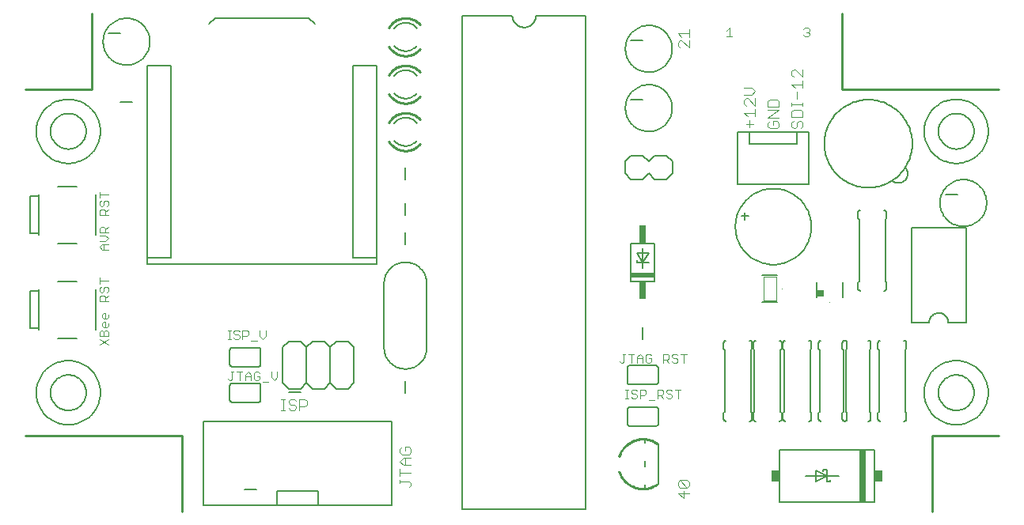
<source format=gto>
G75*
G70*
%OFA0B0*%
%FSLAX24Y24*%
%IPPOS*%
%LPD*%
%AMOC8*
5,1,8,0,0,1.08239X$1,22.5*
%
%ADD10C,0.0030*%
%ADD11C,0.0040*%
%ADD12C,0.0100*%
%ADD13C,0.0080*%
%ADD14C,0.0060*%
%ADD15C,0.0050*%
%ADD16C,0.0004*%
%ADD17R,0.0295X0.0295*%
%ADD18R,0.1000X0.0200*%
%ADD19R,0.0300X0.0750*%
%ADD20C,0.0030*%
%ADD21R,0.0300X0.2200*%
%ADD22R,0.0350X0.0500*%
%ADD23C,0.0010*%
D10*
X008666Y006111D02*
X008728Y006049D01*
X008790Y006049D01*
X008851Y006111D01*
X008851Y006419D01*
X008790Y006419D02*
X008913Y006419D01*
X009034Y006419D02*
X009281Y006419D01*
X009158Y006419D02*
X009158Y006049D01*
X009403Y006049D02*
X009403Y006296D01*
X009526Y006419D01*
X009650Y006296D01*
X009650Y006049D01*
X009771Y006111D02*
X009833Y006049D01*
X009956Y006049D01*
X010018Y006111D01*
X010018Y006234D01*
X009895Y006234D01*
X010018Y006358D02*
X009956Y006419D01*
X009833Y006419D01*
X009771Y006358D01*
X009771Y006111D01*
X009650Y006234D02*
X009403Y006234D01*
X010139Y005987D02*
X010386Y005987D01*
X010508Y006173D02*
X010631Y006049D01*
X010755Y006173D01*
X010755Y006419D01*
X010508Y006419D02*
X010508Y006173D01*
X010140Y007799D02*
X010263Y007923D01*
X010263Y008169D01*
X010017Y008169D02*
X010017Y007923D01*
X010140Y007799D01*
X009895Y007737D02*
X009648Y007737D01*
X009465Y007923D02*
X009280Y007923D01*
X009159Y007923D02*
X009159Y007861D01*
X009097Y007799D01*
X008973Y007799D01*
X008912Y007861D01*
X008790Y007799D02*
X008666Y007799D01*
X008728Y007799D02*
X008728Y008169D01*
X008666Y008169D02*
X008790Y008169D01*
X008912Y008108D02*
X008973Y008169D01*
X009097Y008169D01*
X009159Y008108D01*
X009280Y008169D02*
X009280Y007799D01*
X009159Y007923D02*
X009097Y007984D01*
X008973Y007984D01*
X008912Y008046D01*
X008912Y008108D01*
X009280Y008169D02*
X009465Y008169D01*
X009527Y008108D01*
X009527Y007984D01*
X009465Y007923D01*
X003636Y007917D02*
X003636Y008103D01*
X003574Y008164D01*
X003513Y008164D01*
X003451Y008103D01*
X003451Y007917D01*
X003636Y007917D02*
X003266Y007917D01*
X003266Y008103D01*
X003328Y008164D01*
X003389Y008164D01*
X003451Y008103D01*
X003451Y008286D02*
X003389Y008347D01*
X003389Y008471D01*
X003451Y008533D01*
X003513Y008533D01*
X003513Y008286D01*
X003574Y008286D02*
X003451Y008286D01*
X003574Y008286D02*
X003636Y008347D01*
X003636Y008471D01*
X003574Y008654D02*
X003451Y008654D01*
X003389Y008716D01*
X003389Y008839D01*
X003451Y008901D01*
X003513Y008901D01*
X003513Y008654D01*
X003574Y008654D02*
X003636Y008716D01*
X003636Y008839D01*
X003636Y009391D02*
X003266Y009391D01*
X003266Y009576D01*
X003328Y009638D01*
X003451Y009638D01*
X003513Y009576D01*
X003513Y009391D01*
X003513Y009514D02*
X003636Y009638D01*
X003574Y009759D02*
X003636Y009821D01*
X003636Y009944D01*
X003574Y010006D01*
X003513Y010006D01*
X003451Y009944D01*
X003451Y009821D01*
X003389Y009759D01*
X003328Y009759D01*
X003266Y009821D01*
X003266Y009944D01*
X003328Y010006D01*
X003266Y010127D02*
X003266Y010374D01*
X003266Y010251D02*
X003636Y010251D01*
X003636Y011549D02*
X003389Y011549D01*
X003266Y011673D01*
X003389Y011796D01*
X003636Y011796D01*
X003513Y011917D02*
X003636Y012041D01*
X003513Y012164D01*
X003266Y012164D01*
X003266Y012286D02*
X003266Y012471D01*
X003328Y012533D01*
X003451Y012533D01*
X003513Y012471D01*
X003513Y012286D01*
X003636Y012286D02*
X003266Y012286D01*
X003513Y012409D02*
X003636Y012533D01*
X003636Y013022D02*
X003266Y013022D01*
X003266Y013208D01*
X003328Y013269D01*
X003451Y013269D01*
X003513Y013208D01*
X003513Y013022D01*
X003513Y013146D02*
X003636Y013269D01*
X003574Y013391D02*
X003636Y013452D01*
X003636Y013576D01*
X003574Y013638D01*
X003513Y013638D01*
X003451Y013576D01*
X003451Y013452D01*
X003389Y013391D01*
X003328Y013391D01*
X003266Y013452D01*
X003266Y013576D01*
X003328Y013638D01*
X003266Y013759D02*
X003266Y014006D01*
X003266Y013882D02*
X003636Y013882D01*
X003513Y011917D02*
X003266Y011917D01*
X003451Y011796D02*
X003451Y011549D01*
X003266Y007796D02*
X003636Y007549D01*
X003636Y007796D02*
X003266Y007549D01*
X025166Y006861D02*
X025228Y006799D01*
X025290Y006799D01*
X025351Y006861D01*
X025351Y007169D01*
X025290Y007169D02*
X025413Y007169D01*
X025534Y007169D02*
X025781Y007169D01*
X025658Y007169D02*
X025658Y006799D01*
X025903Y006799D02*
X025903Y007046D01*
X026026Y007169D01*
X026150Y007046D01*
X026150Y006799D01*
X026271Y006861D02*
X026333Y006799D01*
X026456Y006799D01*
X026518Y006861D01*
X026518Y006984D01*
X026395Y006984D01*
X026518Y007108D02*
X026456Y007169D01*
X026333Y007169D01*
X026271Y007108D01*
X026271Y006861D01*
X026150Y006984D02*
X025903Y006984D01*
X027008Y006923D02*
X027193Y006923D01*
X027255Y006984D01*
X027255Y007108D01*
X027193Y007169D01*
X027008Y007169D01*
X027008Y006799D01*
X027131Y006923D02*
X027255Y006799D01*
X027376Y006861D02*
X027438Y006799D01*
X027561Y006799D01*
X027623Y006861D01*
X027623Y006923D01*
X027561Y006984D01*
X027438Y006984D01*
X027376Y007046D01*
X027376Y007108D01*
X027438Y007169D01*
X027561Y007169D01*
X027623Y007108D01*
X027744Y007169D02*
X027991Y007169D01*
X027868Y007169D02*
X027868Y006799D01*
X027750Y005669D02*
X027503Y005669D01*
X027627Y005669D02*
X027627Y005299D01*
X027382Y005361D02*
X027320Y005299D01*
X027197Y005299D01*
X027135Y005361D01*
X027013Y005299D02*
X026890Y005423D01*
X026952Y005423D02*
X026767Y005423D01*
X026767Y005299D02*
X026767Y005669D01*
X026952Y005669D01*
X027013Y005608D01*
X027013Y005484D01*
X026952Y005423D01*
X027135Y005546D02*
X027197Y005484D01*
X027320Y005484D01*
X027382Y005423D01*
X027382Y005361D01*
X027382Y005608D02*
X027320Y005669D01*
X027197Y005669D01*
X027135Y005608D01*
X027135Y005546D01*
X026645Y005237D02*
X026398Y005237D01*
X026215Y005423D02*
X026030Y005423D01*
X025909Y005423D02*
X025909Y005361D01*
X025847Y005299D01*
X025723Y005299D01*
X025662Y005361D01*
X025540Y005299D02*
X025416Y005299D01*
X025478Y005299D02*
X025478Y005669D01*
X025416Y005669D02*
X025540Y005669D01*
X025662Y005608D02*
X025662Y005546D01*
X025723Y005484D01*
X025847Y005484D01*
X025909Y005423D01*
X026030Y005299D02*
X026030Y005669D01*
X026215Y005669D01*
X026277Y005608D01*
X026277Y005484D01*
X026215Y005423D01*
X025909Y005608D02*
X025847Y005669D01*
X025723Y005669D01*
X025662Y005608D01*
X029666Y020549D02*
X029913Y020549D01*
X029790Y020549D02*
X029790Y020919D01*
X029666Y020796D01*
X032916Y020858D02*
X032978Y020919D01*
X033101Y020919D01*
X033163Y020858D01*
X033163Y020796D01*
X033101Y020734D01*
X033163Y020673D01*
X033163Y020611D01*
X033101Y020549D01*
X032978Y020549D01*
X032916Y020611D01*
X033040Y020734D02*
X033101Y020734D01*
D11*
X032881Y019151D02*
X032881Y018844D01*
X032574Y019151D01*
X032498Y019151D01*
X032421Y019074D01*
X032421Y018920D01*
X032498Y018844D01*
X032421Y018537D02*
X032881Y018537D01*
X032881Y018690D02*
X032881Y018383D01*
X032651Y018230D02*
X032651Y017923D01*
X032421Y017769D02*
X032421Y017616D01*
X032421Y017693D02*
X032881Y017693D01*
X032881Y017769D02*
X032881Y017616D01*
X032804Y017463D02*
X032498Y017463D01*
X032421Y017386D01*
X032421Y017156D01*
X032881Y017156D01*
X032881Y017386D01*
X032804Y017463D01*
X032804Y017002D02*
X032881Y016925D01*
X032881Y016772D01*
X032804Y016695D01*
X032651Y016772D02*
X032651Y016925D01*
X032728Y017002D01*
X032804Y017002D01*
X032651Y016772D02*
X032574Y016695D01*
X032498Y016695D01*
X032421Y016772D01*
X032421Y016925D01*
X032498Y017002D01*
X031881Y016903D02*
X031804Y016980D01*
X031651Y016980D01*
X031651Y016826D01*
X031498Y016673D02*
X031421Y016750D01*
X031421Y016903D01*
X031498Y016980D01*
X031421Y017133D02*
X031881Y017440D01*
X031421Y017440D01*
X031421Y017594D02*
X031421Y017824D01*
X031498Y017901D01*
X031804Y017901D01*
X031881Y017824D01*
X031881Y017594D01*
X031421Y017594D01*
X031421Y017133D02*
X031881Y017133D01*
X031881Y016903D02*
X031881Y016750D01*
X031804Y016673D01*
X031498Y016673D01*
X030804Y016866D02*
X030498Y016866D01*
X030651Y016713D02*
X030651Y017020D01*
X030574Y017173D02*
X030421Y017326D01*
X030881Y017326D01*
X030881Y017173D02*
X030881Y017480D01*
X030881Y017633D02*
X030574Y017940D01*
X030498Y017940D01*
X030421Y017864D01*
X030421Y017710D01*
X030498Y017633D01*
X030881Y017633D02*
X030881Y017940D01*
X030728Y018094D02*
X030421Y018094D01*
X030421Y018401D02*
X030728Y018401D01*
X030881Y018247D01*
X030728Y018094D01*
X032421Y018537D02*
X032574Y018383D01*
X028091Y020073D02*
X027784Y020380D01*
X027708Y020380D01*
X027631Y020304D01*
X027631Y020150D01*
X027708Y020073D01*
X028091Y020073D02*
X028091Y020380D01*
X028091Y020534D02*
X028091Y020841D01*
X028091Y020687D02*
X027631Y020687D01*
X027784Y020534D01*
X011995Y005188D02*
X011919Y005265D01*
X011688Y005265D01*
X011688Y004804D01*
X011688Y004958D02*
X011919Y004958D01*
X011995Y005034D01*
X011995Y005188D01*
X011535Y005188D02*
X011458Y005265D01*
X011305Y005265D01*
X011228Y005188D01*
X011228Y005111D01*
X011305Y005034D01*
X011458Y005034D01*
X011535Y004958D01*
X011535Y004881D01*
X011458Y004804D01*
X011305Y004804D01*
X011228Y004881D01*
X011075Y004804D02*
X010921Y004804D01*
X010998Y004804D02*
X010998Y005265D01*
X010921Y005265D02*
X011075Y005265D01*
X015921Y003165D02*
X015921Y003012D01*
X015998Y002935D01*
X016304Y002935D01*
X016381Y003012D01*
X016381Y003165D01*
X016304Y003242D01*
X016151Y003242D01*
X016151Y003089D01*
X015998Y003242D02*
X015921Y003165D01*
X016074Y002782D02*
X016381Y002782D01*
X016151Y002782D02*
X016151Y002475D01*
X016074Y002475D02*
X016381Y002475D01*
X016074Y002475D02*
X015921Y002628D01*
X016074Y002782D01*
X015921Y002321D02*
X015921Y002015D01*
X015921Y002168D02*
X016381Y002168D01*
X015921Y001861D02*
X015921Y001708D01*
X015921Y001784D02*
X016304Y001784D01*
X016381Y001708D01*
X016381Y001631D01*
X016304Y001554D01*
X027631Y001610D02*
X027631Y001764D01*
X027708Y001841D01*
X028014Y001534D01*
X028091Y001610D01*
X028091Y001764D01*
X028014Y001841D01*
X027708Y001841D01*
X027631Y001610D02*
X027708Y001534D01*
X028014Y001534D01*
X027861Y001380D02*
X027861Y001073D01*
X027631Y001304D01*
X028091Y001304D01*
D12*
X006751Y003734D02*
X000151Y003734D01*
X006751Y003734D02*
X006751Y000534D01*
X015456Y016137D02*
X015486Y016089D01*
X015519Y016044D01*
X015555Y016001D01*
X015593Y015960D01*
X015635Y015923D01*
X015679Y015888D01*
X015725Y015857D01*
X015774Y015828D01*
X015824Y015804D01*
X015876Y015783D01*
X015930Y015765D01*
X015984Y015752D01*
X016039Y015742D01*
X016095Y015736D01*
X016151Y015734D01*
X016204Y015736D01*
X016258Y015741D01*
X016310Y015750D01*
X016362Y015762D01*
X016413Y015778D01*
X016463Y015797D01*
X016512Y015820D01*
X016559Y015846D01*
X016604Y015874D01*
X016647Y015906D01*
X016687Y015940D01*
X016726Y015978D01*
X016762Y016017D01*
X016151Y017334D02*
X016097Y017332D01*
X016043Y017327D01*
X015990Y017318D01*
X015937Y017305D01*
X015886Y017289D01*
X015836Y017269D01*
X015787Y017246D01*
X015739Y017220D01*
X015694Y017191D01*
X015651Y017158D01*
X015610Y017123D01*
X015571Y017085D01*
X015535Y017045D01*
X015502Y017002D01*
X015472Y016957D01*
X015445Y016910D01*
X016151Y017334D02*
X016205Y017332D01*
X016258Y017327D01*
X016312Y017318D01*
X016364Y017305D01*
X016415Y017289D01*
X016466Y017269D01*
X016515Y017247D01*
X016562Y017221D01*
X016607Y017191D01*
X016650Y017159D01*
X016691Y017124D01*
X016730Y017086D01*
X016766Y017046D01*
X016151Y017734D02*
X016204Y017736D01*
X016258Y017741D01*
X016310Y017750D01*
X016362Y017762D01*
X016413Y017778D01*
X016463Y017797D01*
X016512Y017820D01*
X016559Y017846D01*
X016604Y017874D01*
X016647Y017906D01*
X016687Y017940D01*
X016726Y017978D01*
X016762Y018017D01*
X016151Y019334D02*
X016097Y019332D01*
X016043Y019327D01*
X015990Y019318D01*
X015937Y019305D01*
X015886Y019289D01*
X015836Y019269D01*
X015787Y019246D01*
X015739Y019220D01*
X015694Y019191D01*
X015651Y019158D01*
X015610Y019123D01*
X015571Y019085D01*
X015535Y019045D01*
X015502Y019002D01*
X015472Y018957D01*
X015445Y018910D01*
X015456Y018137D02*
X015486Y018089D01*
X015519Y018044D01*
X015555Y018001D01*
X015593Y017960D01*
X015635Y017923D01*
X015679Y017888D01*
X015725Y017857D01*
X015774Y017828D01*
X015824Y017804D01*
X015876Y017783D01*
X015930Y017765D01*
X015984Y017752D01*
X016039Y017742D01*
X016095Y017736D01*
X016151Y017734D01*
X016766Y019046D02*
X016730Y019086D01*
X016691Y019124D01*
X016650Y019159D01*
X016607Y019191D01*
X016562Y019221D01*
X016515Y019247D01*
X016466Y019269D01*
X016415Y019289D01*
X016364Y019305D01*
X016312Y019318D01*
X016258Y019327D01*
X016205Y019332D01*
X016151Y019334D01*
X016151Y019734D02*
X016095Y019736D01*
X016039Y019742D01*
X015984Y019752D01*
X015930Y019765D01*
X015876Y019783D01*
X015824Y019804D01*
X015774Y019828D01*
X015725Y019857D01*
X015679Y019888D01*
X015635Y019923D01*
X015593Y019960D01*
X015555Y020001D01*
X015519Y020044D01*
X015486Y020089D01*
X015456Y020137D01*
X016151Y019734D02*
X016204Y019736D01*
X016258Y019741D01*
X016310Y019750D01*
X016362Y019762D01*
X016413Y019778D01*
X016463Y019797D01*
X016512Y019820D01*
X016559Y019846D01*
X016604Y019874D01*
X016647Y019906D01*
X016687Y019940D01*
X016726Y019978D01*
X016762Y020017D01*
X016151Y021334D02*
X016097Y021332D01*
X016043Y021327D01*
X015990Y021318D01*
X015937Y021305D01*
X015886Y021289D01*
X015836Y021269D01*
X015787Y021246D01*
X015739Y021220D01*
X015694Y021191D01*
X015651Y021158D01*
X015610Y021123D01*
X015571Y021085D01*
X015535Y021045D01*
X015502Y021002D01*
X015472Y020957D01*
X015445Y020910D01*
X016151Y021334D02*
X016205Y021332D01*
X016258Y021327D01*
X016312Y021318D01*
X016364Y021305D01*
X016415Y021289D01*
X016466Y021269D01*
X016515Y021247D01*
X016562Y021221D01*
X016607Y021191D01*
X016650Y021159D01*
X016691Y021124D01*
X016730Y021086D01*
X016766Y021046D01*
X002951Y021534D02*
X002951Y018334D01*
X000151Y018334D01*
X034551Y018334D02*
X041151Y018334D01*
X034551Y018334D02*
X034551Y021534D01*
X038351Y003734D02*
X041151Y003734D01*
X038351Y003734D02*
X038351Y000534D01*
D13*
X038603Y005534D02*
X038605Y005589D01*
X038611Y005643D01*
X038621Y005697D01*
X038635Y005749D01*
X038652Y005801D01*
X038674Y005851D01*
X038699Y005900D01*
X038727Y005947D01*
X038759Y005991D01*
X038794Y006033D01*
X038832Y006072D01*
X038873Y006109D01*
X038916Y006142D01*
X038961Y006172D01*
X039009Y006199D01*
X039058Y006222D01*
X039109Y006242D01*
X039162Y006258D01*
X039215Y006270D01*
X039269Y006278D01*
X039324Y006282D01*
X039378Y006282D01*
X039433Y006278D01*
X039487Y006270D01*
X039540Y006258D01*
X039593Y006242D01*
X039644Y006222D01*
X039693Y006199D01*
X039741Y006172D01*
X039786Y006142D01*
X039829Y006109D01*
X039870Y006072D01*
X039908Y006033D01*
X039943Y005991D01*
X039975Y005947D01*
X040003Y005900D01*
X040028Y005851D01*
X040050Y005801D01*
X040067Y005749D01*
X040081Y005697D01*
X040091Y005643D01*
X040097Y005589D01*
X040099Y005534D01*
X040097Y005479D01*
X040091Y005425D01*
X040081Y005371D01*
X040067Y005319D01*
X040050Y005267D01*
X040028Y005217D01*
X040003Y005168D01*
X039975Y005121D01*
X039943Y005077D01*
X039908Y005035D01*
X039870Y004996D01*
X039829Y004959D01*
X039786Y004926D01*
X039741Y004896D01*
X039693Y004869D01*
X039644Y004846D01*
X039593Y004826D01*
X039540Y004810D01*
X039487Y004798D01*
X039433Y004790D01*
X039378Y004786D01*
X039324Y004786D01*
X039269Y004790D01*
X039215Y004798D01*
X039162Y004810D01*
X039109Y004826D01*
X039058Y004846D01*
X039009Y004869D01*
X038961Y004896D01*
X038916Y004926D01*
X038873Y004959D01*
X038832Y004996D01*
X038794Y005035D01*
X038759Y005077D01*
X038727Y005121D01*
X038699Y005168D01*
X038674Y005217D01*
X038652Y005267D01*
X038635Y005319D01*
X038621Y005371D01*
X038611Y005425D01*
X038605Y005479D01*
X038603Y005534D01*
X026801Y003359D02*
X026801Y001710D01*
X026251Y001647D02*
X026251Y001489D01*
X026251Y002421D02*
X026251Y002647D01*
X026251Y003421D02*
X026251Y003579D01*
X026151Y007784D02*
X026151Y008284D01*
X017051Y007434D02*
X017051Y010134D01*
X017049Y010193D01*
X017043Y010251D01*
X017034Y010310D01*
X017020Y010367D01*
X017003Y010423D01*
X016982Y010478D01*
X016958Y010532D01*
X016930Y010584D01*
X016899Y010634D01*
X016865Y010682D01*
X016828Y010727D01*
X016787Y010770D01*
X016744Y010811D01*
X016699Y010848D01*
X016651Y010882D01*
X016601Y010913D01*
X016549Y010941D01*
X016495Y010965D01*
X016440Y010986D01*
X016384Y011003D01*
X016327Y011017D01*
X016268Y011026D01*
X016210Y011032D01*
X016151Y011034D01*
X016092Y011032D01*
X016034Y011026D01*
X015975Y011017D01*
X015918Y011003D01*
X015862Y010986D01*
X015807Y010965D01*
X015753Y010941D01*
X015701Y010913D01*
X015651Y010882D01*
X015603Y010848D01*
X015558Y010811D01*
X015515Y010770D01*
X015474Y010727D01*
X015437Y010682D01*
X015403Y010634D01*
X015372Y010584D01*
X015344Y010532D01*
X015320Y010478D01*
X015299Y010423D01*
X015282Y010367D01*
X015268Y010310D01*
X015259Y010251D01*
X015253Y010193D01*
X015251Y010134D01*
X015251Y007434D01*
X015253Y007375D01*
X015259Y007317D01*
X015268Y007258D01*
X015282Y007201D01*
X015299Y007145D01*
X015320Y007090D01*
X015344Y007036D01*
X015372Y006984D01*
X015403Y006934D01*
X015437Y006886D01*
X015474Y006841D01*
X015515Y006798D01*
X015558Y006757D01*
X015603Y006720D01*
X015651Y006686D01*
X015701Y006655D01*
X015753Y006627D01*
X015807Y006603D01*
X015862Y006582D01*
X015918Y006565D01*
X015975Y006551D01*
X016034Y006542D01*
X016092Y006536D01*
X016151Y006534D01*
X016210Y006536D01*
X016268Y006542D01*
X016327Y006551D01*
X016384Y006565D01*
X016440Y006582D01*
X016495Y006603D01*
X016549Y006627D01*
X016601Y006655D01*
X016651Y006686D01*
X016699Y006720D01*
X016744Y006757D01*
X016787Y006798D01*
X016828Y006841D01*
X016865Y006886D01*
X016899Y006934D01*
X016930Y006984D01*
X016958Y007036D01*
X016982Y007090D01*
X017003Y007145D01*
X017020Y007201D01*
X017034Y007258D01*
X017043Y007317D01*
X017049Y007375D01*
X017051Y007434D01*
X016151Y006034D02*
X016151Y005534D01*
X015588Y004326D02*
X015588Y000783D01*
X012477Y000783D01*
X012477Y001373D01*
X010745Y001373D01*
X010745Y000783D01*
X007635Y000783D01*
X007635Y004286D01*
X007635Y004326D02*
X015588Y004326D01*
X013981Y005944D02*
X013731Y005694D01*
X013231Y005694D01*
X012981Y005944D01*
X012981Y007444D01*
X013231Y007694D01*
X013731Y007694D01*
X013981Y007444D01*
X013981Y005944D01*
X012981Y005944D02*
X012731Y005694D01*
X012231Y005694D01*
X011981Y005944D01*
X011981Y007444D01*
X012231Y007694D01*
X012731Y007694D01*
X012981Y007444D01*
X011981Y007444D02*
X011731Y007694D01*
X011231Y007694D01*
X010981Y007444D01*
X010981Y005944D01*
X011231Y005694D01*
X011731Y005694D01*
X011981Y005944D01*
X011731Y005562D02*
X011231Y005562D01*
X009861Y001462D02*
X009361Y001462D01*
X010745Y000783D02*
X012477Y000783D01*
X001203Y005534D02*
X001205Y005589D01*
X001211Y005643D01*
X001221Y005697D01*
X001235Y005749D01*
X001252Y005801D01*
X001274Y005851D01*
X001299Y005900D01*
X001327Y005947D01*
X001359Y005991D01*
X001394Y006033D01*
X001432Y006072D01*
X001473Y006109D01*
X001516Y006142D01*
X001561Y006172D01*
X001609Y006199D01*
X001658Y006222D01*
X001709Y006242D01*
X001762Y006258D01*
X001815Y006270D01*
X001869Y006278D01*
X001924Y006282D01*
X001978Y006282D01*
X002033Y006278D01*
X002087Y006270D01*
X002140Y006258D01*
X002193Y006242D01*
X002244Y006222D01*
X002293Y006199D01*
X002341Y006172D01*
X002386Y006142D01*
X002429Y006109D01*
X002470Y006072D01*
X002508Y006033D01*
X002543Y005991D01*
X002575Y005947D01*
X002603Y005900D01*
X002628Y005851D01*
X002650Y005801D01*
X002667Y005749D01*
X002681Y005697D01*
X002691Y005643D01*
X002697Y005589D01*
X002699Y005534D01*
X002697Y005479D01*
X002691Y005425D01*
X002681Y005371D01*
X002667Y005319D01*
X002650Y005267D01*
X002628Y005217D01*
X002603Y005168D01*
X002575Y005121D01*
X002543Y005077D01*
X002508Y005035D01*
X002470Y004996D01*
X002429Y004959D01*
X002386Y004926D01*
X002341Y004896D01*
X002293Y004869D01*
X002244Y004846D01*
X002193Y004826D01*
X002140Y004810D01*
X002087Y004798D01*
X002033Y004790D01*
X001978Y004786D01*
X001924Y004786D01*
X001869Y004790D01*
X001815Y004798D01*
X001762Y004810D01*
X001709Y004826D01*
X001658Y004846D01*
X001609Y004869D01*
X001561Y004896D01*
X001516Y004926D01*
X001473Y004959D01*
X001432Y004996D01*
X001394Y005035D01*
X001359Y005077D01*
X001327Y005121D01*
X001299Y005168D01*
X001274Y005217D01*
X001252Y005267D01*
X001235Y005319D01*
X001221Y005371D01*
X001211Y005425D01*
X001205Y005479D01*
X001203Y005534D01*
X001501Y007834D02*
X002294Y007834D01*
X003101Y008184D02*
X003101Y009884D01*
X002306Y010234D02*
X001501Y010234D01*
X000701Y009884D02*
X000701Y008184D01*
X005278Y010944D02*
X014924Y010944D01*
X014924Y011239D01*
X013940Y011239D01*
X013940Y019310D01*
X014924Y019310D01*
X014924Y011239D01*
X016151Y011784D02*
X016151Y012284D01*
X016151Y013034D02*
X016151Y013534D01*
X016151Y014534D02*
X016151Y015034D01*
X025401Y014784D02*
X025651Y014534D01*
X026151Y014534D01*
X026401Y014784D01*
X026651Y014534D01*
X027151Y014534D01*
X027401Y014784D01*
X027401Y015284D01*
X027151Y015534D01*
X026651Y015534D01*
X026401Y015284D01*
X026151Y015534D01*
X025651Y015534D01*
X025401Y015284D01*
X025401Y014784D01*
X025417Y017534D02*
X025419Y017596D01*
X025425Y017659D01*
X025435Y017720D01*
X025449Y017781D01*
X025466Y017841D01*
X025487Y017900D01*
X025513Y017957D01*
X025541Y018012D01*
X025573Y018066D01*
X025609Y018117D01*
X025647Y018167D01*
X025689Y018213D01*
X025733Y018257D01*
X025781Y018298D01*
X025830Y018336D01*
X025882Y018370D01*
X025936Y018401D01*
X025992Y018429D01*
X026050Y018453D01*
X026109Y018474D01*
X026169Y018490D01*
X026230Y018503D01*
X026292Y018512D01*
X026354Y018517D01*
X026417Y018518D01*
X026479Y018515D01*
X026541Y018508D01*
X026603Y018497D01*
X026663Y018482D01*
X026723Y018464D01*
X026781Y018442D01*
X026838Y018416D01*
X026893Y018386D01*
X026946Y018353D01*
X026997Y018317D01*
X027045Y018278D01*
X027091Y018235D01*
X027134Y018190D01*
X027174Y018142D01*
X027211Y018092D01*
X027245Y018039D01*
X027276Y017985D01*
X027302Y017929D01*
X027326Y017871D01*
X027345Y017811D01*
X027361Y017751D01*
X027373Y017689D01*
X027381Y017628D01*
X027385Y017565D01*
X027385Y017503D01*
X027381Y017440D01*
X027373Y017379D01*
X027361Y017317D01*
X027345Y017257D01*
X027326Y017197D01*
X027302Y017139D01*
X027276Y017083D01*
X027245Y017029D01*
X027211Y016976D01*
X027174Y016926D01*
X027134Y016878D01*
X027091Y016833D01*
X027045Y016790D01*
X026997Y016751D01*
X026946Y016715D01*
X026893Y016682D01*
X026838Y016652D01*
X026781Y016626D01*
X026723Y016604D01*
X026663Y016586D01*
X026603Y016571D01*
X026541Y016560D01*
X026479Y016553D01*
X026417Y016550D01*
X026354Y016551D01*
X026292Y016556D01*
X026230Y016565D01*
X026169Y016578D01*
X026109Y016594D01*
X026050Y016615D01*
X025992Y016639D01*
X025936Y016667D01*
X025882Y016698D01*
X025830Y016732D01*
X025781Y016770D01*
X025733Y016811D01*
X025689Y016855D01*
X025647Y016901D01*
X025609Y016951D01*
X025573Y017002D01*
X025541Y017056D01*
X025513Y017111D01*
X025487Y017168D01*
X025466Y017227D01*
X025449Y017287D01*
X025435Y017348D01*
X025425Y017409D01*
X025419Y017472D01*
X025417Y017534D01*
X025647Y017896D02*
X026147Y017896D01*
X025417Y020034D02*
X025419Y020096D01*
X025425Y020159D01*
X025435Y020220D01*
X025449Y020281D01*
X025466Y020341D01*
X025487Y020400D01*
X025513Y020457D01*
X025541Y020512D01*
X025573Y020566D01*
X025609Y020617D01*
X025647Y020667D01*
X025689Y020713D01*
X025733Y020757D01*
X025781Y020798D01*
X025830Y020836D01*
X025882Y020870D01*
X025936Y020901D01*
X025992Y020929D01*
X026050Y020953D01*
X026109Y020974D01*
X026169Y020990D01*
X026230Y021003D01*
X026292Y021012D01*
X026354Y021017D01*
X026417Y021018D01*
X026479Y021015D01*
X026541Y021008D01*
X026603Y020997D01*
X026663Y020982D01*
X026723Y020964D01*
X026781Y020942D01*
X026838Y020916D01*
X026893Y020886D01*
X026946Y020853D01*
X026997Y020817D01*
X027045Y020778D01*
X027091Y020735D01*
X027134Y020690D01*
X027174Y020642D01*
X027211Y020592D01*
X027245Y020539D01*
X027276Y020485D01*
X027302Y020429D01*
X027326Y020371D01*
X027345Y020311D01*
X027361Y020251D01*
X027373Y020189D01*
X027381Y020128D01*
X027385Y020065D01*
X027385Y020003D01*
X027381Y019940D01*
X027373Y019879D01*
X027361Y019817D01*
X027345Y019757D01*
X027326Y019697D01*
X027302Y019639D01*
X027276Y019583D01*
X027245Y019529D01*
X027211Y019476D01*
X027174Y019426D01*
X027134Y019378D01*
X027091Y019333D01*
X027045Y019290D01*
X026997Y019251D01*
X026946Y019215D01*
X026893Y019182D01*
X026838Y019152D01*
X026781Y019126D01*
X026723Y019104D01*
X026663Y019086D01*
X026603Y019071D01*
X026541Y019060D01*
X026479Y019053D01*
X026417Y019050D01*
X026354Y019051D01*
X026292Y019056D01*
X026230Y019065D01*
X026169Y019078D01*
X026109Y019094D01*
X026050Y019115D01*
X025992Y019139D01*
X025936Y019167D01*
X025882Y019198D01*
X025830Y019232D01*
X025781Y019270D01*
X025733Y019311D01*
X025689Y019355D01*
X025647Y019401D01*
X025609Y019451D01*
X025573Y019502D01*
X025541Y019556D01*
X025513Y019611D01*
X025487Y019668D01*
X025466Y019727D01*
X025449Y019787D01*
X025435Y019848D01*
X025425Y019909D01*
X025419Y019972D01*
X025417Y020034D01*
X025647Y020396D02*
X026147Y020396D01*
X038897Y013896D02*
X039397Y013896D01*
X038667Y013534D02*
X038669Y013596D01*
X038675Y013659D01*
X038685Y013720D01*
X038699Y013781D01*
X038716Y013841D01*
X038737Y013900D01*
X038763Y013957D01*
X038791Y014012D01*
X038823Y014066D01*
X038859Y014117D01*
X038897Y014167D01*
X038939Y014213D01*
X038983Y014257D01*
X039031Y014298D01*
X039080Y014336D01*
X039132Y014370D01*
X039186Y014401D01*
X039242Y014429D01*
X039300Y014453D01*
X039359Y014474D01*
X039419Y014490D01*
X039480Y014503D01*
X039542Y014512D01*
X039604Y014517D01*
X039667Y014518D01*
X039729Y014515D01*
X039791Y014508D01*
X039853Y014497D01*
X039913Y014482D01*
X039973Y014464D01*
X040031Y014442D01*
X040088Y014416D01*
X040143Y014386D01*
X040196Y014353D01*
X040247Y014317D01*
X040295Y014278D01*
X040341Y014235D01*
X040384Y014190D01*
X040424Y014142D01*
X040461Y014092D01*
X040495Y014039D01*
X040526Y013985D01*
X040552Y013929D01*
X040576Y013871D01*
X040595Y013811D01*
X040611Y013751D01*
X040623Y013689D01*
X040631Y013628D01*
X040635Y013565D01*
X040635Y013503D01*
X040631Y013440D01*
X040623Y013379D01*
X040611Y013317D01*
X040595Y013257D01*
X040576Y013197D01*
X040552Y013139D01*
X040526Y013083D01*
X040495Y013029D01*
X040461Y012976D01*
X040424Y012926D01*
X040384Y012878D01*
X040341Y012833D01*
X040295Y012790D01*
X040247Y012751D01*
X040196Y012715D01*
X040143Y012682D01*
X040088Y012652D01*
X040031Y012626D01*
X039973Y012604D01*
X039913Y012586D01*
X039853Y012571D01*
X039791Y012560D01*
X039729Y012553D01*
X039667Y012550D01*
X039604Y012551D01*
X039542Y012556D01*
X039480Y012565D01*
X039419Y012578D01*
X039359Y012594D01*
X039300Y012615D01*
X039242Y012639D01*
X039186Y012667D01*
X039132Y012698D01*
X039080Y012732D01*
X039031Y012770D01*
X038983Y012811D01*
X038939Y012855D01*
X038897Y012901D01*
X038859Y012951D01*
X038823Y013002D01*
X038791Y013056D01*
X038763Y013111D01*
X038737Y013168D01*
X038716Y013227D01*
X038699Y013287D01*
X038685Y013348D01*
X038675Y013409D01*
X038669Y013472D01*
X038667Y013534D01*
X038603Y016554D02*
X038605Y016609D01*
X038611Y016663D01*
X038621Y016717D01*
X038635Y016769D01*
X038652Y016821D01*
X038674Y016871D01*
X038699Y016920D01*
X038727Y016967D01*
X038759Y017011D01*
X038794Y017053D01*
X038832Y017092D01*
X038873Y017129D01*
X038916Y017162D01*
X038961Y017192D01*
X039009Y017219D01*
X039058Y017242D01*
X039109Y017262D01*
X039162Y017278D01*
X039215Y017290D01*
X039269Y017298D01*
X039324Y017302D01*
X039378Y017302D01*
X039433Y017298D01*
X039487Y017290D01*
X039540Y017278D01*
X039593Y017262D01*
X039644Y017242D01*
X039693Y017219D01*
X039741Y017192D01*
X039786Y017162D01*
X039829Y017129D01*
X039870Y017092D01*
X039908Y017053D01*
X039943Y017011D01*
X039975Y016967D01*
X040003Y016920D01*
X040028Y016871D01*
X040050Y016821D01*
X040067Y016769D01*
X040081Y016717D01*
X040091Y016663D01*
X040097Y016609D01*
X040099Y016554D01*
X040097Y016499D01*
X040091Y016445D01*
X040081Y016391D01*
X040067Y016339D01*
X040050Y016287D01*
X040028Y016237D01*
X040003Y016188D01*
X039975Y016141D01*
X039943Y016097D01*
X039908Y016055D01*
X039870Y016016D01*
X039829Y015979D01*
X039786Y015946D01*
X039741Y015916D01*
X039693Y015889D01*
X039644Y015866D01*
X039593Y015846D01*
X039540Y015830D01*
X039487Y015818D01*
X039433Y015810D01*
X039378Y015806D01*
X039324Y015806D01*
X039269Y015810D01*
X039215Y015818D01*
X039162Y015830D01*
X039109Y015846D01*
X039058Y015866D01*
X039009Y015889D01*
X038961Y015916D01*
X038916Y015946D01*
X038873Y015979D01*
X038832Y016016D01*
X038794Y016055D01*
X038759Y016097D01*
X038727Y016141D01*
X038699Y016188D01*
X038674Y016237D01*
X038652Y016287D01*
X038635Y016339D01*
X038621Y016391D01*
X038611Y016445D01*
X038605Y016499D01*
X038603Y016554D01*
X012345Y021074D02*
X012070Y021310D01*
X008133Y021310D01*
X007857Y021074D01*
X006263Y019310D02*
X005278Y019310D01*
X005278Y011239D01*
X005278Y010944D01*
X005278Y011239D02*
X006263Y011239D01*
X006263Y019310D01*
X003417Y020334D02*
X003419Y020396D01*
X003425Y020459D01*
X003435Y020520D01*
X003449Y020581D01*
X003466Y020641D01*
X003487Y020700D01*
X003513Y020757D01*
X003541Y020812D01*
X003573Y020866D01*
X003609Y020917D01*
X003647Y020967D01*
X003689Y021013D01*
X003733Y021057D01*
X003781Y021098D01*
X003830Y021136D01*
X003882Y021170D01*
X003936Y021201D01*
X003992Y021229D01*
X004050Y021253D01*
X004109Y021274D01*
X004169Y021290D01*
X004230Y021303D01*
X004292Y021312D01*
X004354Y021317D01*
X004417Y021318D01*
X004479Y021315D01*
X004541Y021308D01*
X004603Y021297D01*
X004663Y021282D01*
X004723Y021264D01*
X004781Y021242D01*
X004838Y021216D01*
X004893Y021186D01*
X004946Y021153D01*
X004997Y021117D01*
X005045Y021078D01*
X005091Y021035D01*
X005134Y020990D01*
X005174Y020942D01*
X005211Y020892D01*
X005245Y020839D01*
X005276Y020785D01*
X005302Y020729D01*
X005326Y020671D01*
X005345Y020611D01*
X005361Y020551D01*
X005373Y020489D01*
X005381Y020428D01*
X005385Y020365D01*
X005385Y020303D01*
X005381Y020240D01*
X005373Y020179D01*
X005361Y020117D01*
X005345Y020057D01*
X005326Y019997D01*
X005302Y019939D01*
X005276Y019883D01*
X005245Y019829D01*
X005211Y019776D01*
X005174Y019726D01*
X005134Y019678D01*
X005091Y019633D01*
X005045Y019590D01*
X004997Y019551D01*
X004946Y019515D01*
X004893Y019482D01*
X004838Y019452D01*
X004781Y019426D01*
X004723Y019404D01*
X004663Y019386D01*
X004603Y019371D01*
X004541Y019360D01*
X004479Y019353D01*
X004417Y019350D01*
X004354Y019351D01*
X004292Y019356D01*
X004230Y019365D01*
X004169Y019378D01*
X004109Y019394D01*
X004050Y019415D01*
X003992Y019439D01*
X003936Y019467D01*
X003882Y019498D01*
X003830Y019532D01*
X003781Y019570D01*
X003733Y019611D01*
X003689Y019655D01*
X003647Y019701D01*
X003609Y019751D01*
X003573Y019802D01*
X003541Y019856D01*
X003513Y019911D01*
X003487Y019968D01*
X003466Y020027D01*
X003449Y020087D01*
X003435Y020148D01*
X003425Y020209D01*
X003419Y020272D01*
X003417Y020334D01*
X003647Y020696D02*
X004147Y020696D01*
X004151Y017784D02*
X004651Y017784D01*
X001203Y016554D02*
X001205Y016609D01*
X001211Y016663D01*
X001221Y016717D01*
X001235Y016769D01*
X001252Y016821D01*
X001274Y016871D01*
X001299Y016920D01*
X001327Y016967D01*
X001359Y017011D01*
X001394Y017053D01*
X001432Y017092D01*
X001473Y017129D01*
X001516Y017162D01*
X001561Y017192D01*
X001609Y017219D01*
X001658Y017242D01*
X001709Y017262D01*
X001762Y017278D01*
X001815Y017290D01*
X001869Y017298D01*
X001924Y017302D01*
X001978Y017302D01*
X002033Y017298D01*
X002087Y017290D01*
X002140Y017278D01*
X002193Y017262D01*
X002244Y017242D01*
X002293Y017219D01*
X002341Y017192D01*
X002386Y017162D01*
X002429Y017129D01*
X002470Y017092D01*
X002508Y017053D01*
X002543Y017011D01*
X002575Y016967D01*
X002603Y016920D01*
X002628Y016871D01*
X002650Y016821D01*
X002667Y016769D01*
X002681Y016717D01*
X002691Y016663D01*
X002697Y016609D01*
X002699Y016554D01*
X002697Y016499D01*
X002691Y016445D01*
X002681Y016391D01*
X002667Y016339D01*
X002650Y016287D01*
X002628Y016237D01*
X002603Y016188D01*
X002575Y016141D01*
X002543Y016097D01*
X002508Y016055D01*
X002470Y016016D01*
X002429Y015979D01*
X002386Y015946D01*
X002341Y015916D01*
X002293Y015889D01*
X002244Y015866D01*
X002193Y015846D01*
X002140Y015830D01*
X002087Y015818D01*
X002033Y015810D01*
X001978Y015806D01*
X001924Y015806D01*
X001869Y015810D01*
X001815Y015818D01*
X001762Y015830D01*
X001709Y015846D01*
X001658Y015866D01*
X001609Y015889D01*
X001561Y015916D01*
X001516Y015946D01*
X001473Y015979D01*
X001432Y016016D01*
X001394Y016055D01*
X001359Y016097D01*
X001327Y016141D01*
X001299Y016188D01*
X001274Y016237D01*
X001252Y016287D01*
X001235Y016339D01*
X001221Y016391D01*
X001211Y016445D01*
X001205Y016499D01*
X001203Y016554D01*
X001501Y014234D02*
X002306Y014234D01*
X003101Y013884D02*
X003101Y012184D01*
X002294Y011834D02*
X001501Y011834D01*
X000701Y012184D02*
X000701Y013884D01*
D14*
X000601Y016554D02*
X000603Y016627D01*
X000609Y016700D01*
X000619Y016772D01*
X000633Y016844D01*
X000650Y016915D01*
X000672Y016985D01*
X000697Y017054D01*
X000726Y017121D01*
X000758Y017186D01*
X000794Y017250D01*
X000834Y017312D01*
X000876Y017371D01*
X000922Y017428D01*
X000971Y017482D01*
X001023Y017534D01*
X001077Y017583D01*
X001134Y017629D01*
X001193Y017671D01*
X001255Y017711D01*
X001319Y017747D01*
X001384Y017779D01*
X001451Y017808D01*
X001520Y017833D01*
X001590Y017855D01*
X001661Y017872D01*
X001733Y017886D01*
X001805Y017896D01*
X001878Y017902D01*
X001951Y017904D01*
X002024Y017902D01*
X002097Y017896D01*
X002169Y017886D01*
X002241Y017872D01*
X002312Y017855D01*
X002382Y017833D01*
X002451Y017808D01*
X002518Y017779D01*
X002583Y017747D01*
X002647Y017711D01*
X002709Y017671D01*
X002768Y017629D01*
X002825Y017583D01*
X002879Y017534D01*
X002931Y017482D01*
X002980Y017428D01*
X003026Y017371D01*
X003068Y017312D01*
X003108Y017250D01*
X003144Y017186D01*
X003176Y017121D01*
X003205Y017054D01*
X003230Y016985D01*
X003252Y016915D01*
X003269Y016844D01*
X003283Y016772D01*
X003293Y016700D01*
X003299Y016627D01*
X003301Y016554D01*
X003299Y016481D01*
X003293Y016408D01*
X003283Y016336D01*
X003269Y016264D01*
X003252Y016193D01*
X003230Y016123D01*
X003205Y016054D01*
X003176Y015987D01*
X003144Y015922D01*
X003108Y015858D01*
X003068Y015796D01*
X003026Y015737D01*
X002980Y015680D01*
X002931Y015626D01*
X002879Y015574D01*
X002825Y015525D01*
X002768Y015479D01*
X002709Y015437D01*
X002647Y015397D01*
X002583Y015361D01*
X002518Y015329D01*
X002451Y015300D01*
X002382Y015275D01*
X002312Y015253D01*
X002241Y015236D01*
X002169Y015222D01*
X002097Y015212D01*
X002024Y015206D01*
X001951Y015204D01*
X001878Y015206D01*
X001805Y015212D01*
X001733Y015222D01*
X001661Y015236D01*
X001590Y015253D01*
X001520Y015275D01*
X001451Y015300D01*
X001384Y015329D01*
X001319Y015361D01*
X001255Y015397D01*
X001193Y015437D01*
X001134Y015479D01*
X001077Y015525D01*
X001023Y015574D01*
X000971Y015626D01*
X000922Y015680D01*
X000876Y015737D01*
X000834Y015796D01*
X000794Y015858D01*
X000758Y015922D01*
X000726Y015987D01*
X000697Y016054D01*
X000672Y016123D01*
X000650Y016193D01*
X000633Y016264D01*
X000619Y016336D01*
X000609Y016408D01*
X000603Y016481D01*
X000601Y016554D01*
X015677Y016166D02*
X015707Y016131D01*
X015738Y016098D01*
X015773Y016068D01*
X015809Y016041D01*
X015847Y016017D01*
X015887Y015995D01*
X015929Y015977D01*
X015972Y015961D01*
X016016Y015949D01*
X016060Y015941D01*
X016106Y015936D01*
X016151Y015934D01*
X016196Y015936D01*
X016242Y015941D01*
X016286Y015949D01*
X016330Y015961D01*
X016373Y015977D01*
X016415Y015995D01*
X016455Y016017D01*
X016493Y016041D01*
X016529Y016068D01*
X016564Y016098D01*
X016595Y016131D01*
X016625Y016166D01*
X016151Y017134D02*
X016105Y017132D01*
X016059Y017127D01*
X016013Y017118D01*
X015968Y017106D01*
X015925Y017090D01*
X015883Y017071D01*
X015842Y017048D01*
X015803Y017023D01*
X015767Y016995D01*
X015732Y016964D01*
X015700Y016930D01*
X015671Y016894D01*
X016151Y017134D02*
X016198Y017132D01*
X016246Y017126D01*
X016292Y017117D01*
X016338Y017104D01*
X016382Y017088D01*
X016426Y017068D01*
X016467Y017044D01*
X016506Y017018D01*
X016543Y016988D01*
X016578Y016955D01*
X016610Y016920D01*
X016639Y016883D01*
X016151Y017934D02*
X016106Y017936D01*
X016060Y017941D01*
X016016Y017949D01*
X015972Y017961D01*
X015929Y017977D01*
X015887Y017995D01*
X015847Y018017D01*
X015809Y018041D01*
X015773Y018068D01*
X015738Y018098D01*
X015707Y018131D01*
X015677Y018166D01*
X016151Y017934D02*
X016196Y017936D01*
X016242Y017941D01*
X016286Y017949D01*
X016330Y017961D01*
X016373Y017977D01*
X016415Y017995D01*
X016455Y018017D01*
X016493Y018041D01*
X016529Y018068D01*
X016564Y018098D01*
X016595Y018131D01*
X016625Y018166D01*
X016151Y019134D02*
X016105Y019132D01*
X016059Y019127D01*
X016013Y019118D01*
X015968Y019106D01*
X015925Y019090D01*
X015883Y019071D01*
X015842Y019048D01*
X015803Y019023D01*
X015767Y018995D01*
X015732Y018964D01*
X015700Y018930D01*
X015671Y018894D01*
X016151Y019134D02*
X016198Y019132D01*
X016246Y019126D01*
X016292Y019117D01*
X016338Y019104D01*
X016382Y019088D01*
X016426Y019068D01*
X016467Y019044D01*
X016506Y019018D01*
X016543Y018988D01*
X016578Y018955D01*
X016610Y018920D01*
X016639Y018883D01*
X016151Y019934D02*
X016106Y019936D01*
X016060Y019941D01*
X016016Y019949D01*
X015972Y019961D01*
X015929Y019977D01*
X015887Y019995D01*
X015847Y020017D01*
X015809Y020041D01*
X015773Y020068D01*
X015738Y020098D01*
X015707Y020131D01*
X015677Y020166D01*
X016151Y019934D02*
X016196Y019936D01*
X016242Y019941D01*
X016286Y019949D01*
X016330Y019961D01*
X016373Y019977D01*
X016415Y019995D01*
X016455Y020017D01*
X016493Y020041D01*
X016529Y020068D01*
X016564Y020098D01*
X016595Y020131D01*
X016625Y020166D01*
X016151Y021134D02*
X016105Y021132D01*
X016059Y021127D01*
X016013Y021118D01*
X015968Y021106D01*
X015925Y021090D01*
X015883Y021071D01*
X015842Y021048D01*
X015803Y021023D01*
X015767Y020995D01*
X015732Y020964D01*
X015700Y020930D01*
X015671Y020894D01*
X016151Y021134D02*
X016198Y021132D01*
X016246Y021126D01*
X016292Y021117D01*
X016338Y021104D01*
X016382Y021088D01*
X016426Y021068D01*
X016467Y021044D01*
X016506Y021018D01*
X016543Y020988D01*
X016578Y020955D01*
X016610Y020920D01*
X016639Y020883D01*
X018551Y021434D02*
X018551Y000634D01*
X023751Y000634D01*
X023751Y021434D01*
X021651Y021434D01*
X021649Y021390D01*
X021643Y021347D01*
X021634Y021305D01*
X021621Y021263D01*
X021604Y021223D01*
X021584Y021184D01*
X021561Y021147D01*
X021534Y021113D01*
X021505Y021080D01*
X021472Y021051D01*
X021438Y021024D01*
X021401Y021001D01*
X021362Y020981D01*
X021322Y020964D01*
X021280Y020951D01*
X021238Y020942D01*
X021195Y020936D01*
X021151Y020934D01*
X021107Y020936D01*
X021064Y020942D01*
X021022Y020951D01*
X020980Y020964D01*
X020940Y020981D01*
X020901Y021001D01*
X020864Y021024D01*
X020830Y021051D01*
X020797Y021080D01*
X020768Y021113D01*
X020741Y021147D01*
X020718Y021184D01*
X020698Y021223D01*
X020681Y021263D01*
X020668Y021305D01*
X020659Y021347D01*
X020653Y021390D01*
X020651Y021434D01*
X018551Y021434D01*
X030451Y013134D02*
X030451Y012834D01*
X030301Y012984D02*
X030601Y012984D01*
X030051Y012534D02*
X030053Y012614D01*
X030059Y012693D01*
X030069Y012772D01*
X030083Y012851D01*
X030100Y012929D01*
X030122Y013006D01*
X030147Y013081D01*
X030177Y013155D01*
X030209Y013228D01*
X030246Y013299D01*
X030286Y013368D01*
X030329Y013435D01*
X030376Y013500D01*
X030425Y013562D01*
X030478Y013622D01*
X030534Y013679D01*
X030592Y013734D01*
X030653Y013785D01*
X030717Y013833D01*
X030783Y013878D01*
X030851Y013920D01*
X030921Y013958D01*
X030993Y013992D01*
X031066Y014023D01*
X031141Y014051D01*
X031218Y014074D01*
X031295Y014094D01*
X031373Y014110D01*
X031452Y014122D01*
X031531Y014130D01*
X031611Y014134D01*
X031691Y014134D01*
X031771Y014130D01*
X031850Y014122D01*
X031929Y014110D01*
X032007Y014094D01*
X032084Y014074D01*
X032161Y014051D01*
X032236Y014023D01*
X032309Y013992D01*
X032381Y013958D01*
X032451Y013920D01*
X032519Y013878D01*
X032585Y013833D01*
X032649Y013785D01*
X032710Y013734D01*
X032768Y013679D01*
X032824Y013622D01*
X032877Y013562D01*
X032926Y013500D01*
X032973Y013435D01*
X033016Y013368D01*
X033056Y013299D01*
X033093Y013228D01*
X033125Y013155D01*
X033155Y013081D01*
X033180Y013006D01*
X033202Y012929D01*
X033219Y012851D01*
X033233Y012772D01*
X033243Y012693D01*
X033249Y012614D01*
X033251Y012534D01*
X033249Y012454D01*
X033243Y012375D01*
X033233Y012296D01*
X033219Y012217D01*
X033202Y012139D01*
X033180Y012062D01*
X033155Y011987D01*
X033125Y011913D01*
X033093Y011840D01*
X033056Y011769D01*
X033016Y011700D01*
X032973Y011633D01*
X032926Y011568D01*
X032877Y011506D01*
X032824Y011446D01*
X032768Y011389D01*
X032710Y011334D01*
X032649Y011283D01*
X032585Y011235D01*
X032519Y011190D01*
X032451Y011148D01*
X032381Y011110D01*
X032309Y011076D01*
X032236Y011045D01*
X032161Y011017D01*
X032084Y010994D01*
X032007Y010974D01*
X031929Y010958D01*
X031850Y010946D01*
X031771Y010938D01*
X031691Y010934D01*
X031611Y010934D01*
X031531Y010938D01*
X031452Y010946D01*
X031373Y010958D01*
X031295Y010974D01*
X031218Y010994D01*
X031141Y011017D01*
X031066Y011045D01*
X030993Y011076D01*
X030921Y011110D01*
X030851Y011148D01*
X030783Y011190D01*
X030717Y011235D01*
X030653Y011283D01*
X030592Y011334D01*
X030534Y011389D01*
X030478Y011446D01*
X030425Y011506D01*
X030376Y011568D01*
X030329Y011633D01*
X030286Y011700D01*
X030246Y011769D01*
X030209Y011840D01*
X030177Y011913D01*
X030147Y011987D01*
X030122Y012062D01*
X030100Y012139D01*
X030083Y012217D01*
X030069Y012296D01*
X030059Y012375D01*
X030053Y012454D01*
X030051Y012534D01*
X026651Y011834D02*
X025651Y011834D01*
X025651Y010234D01*
X026651Y010234D01*
X026651Y011834D01*
X026151Y011634D02*
X026151Y011034D01*
X025901Y011034D01*
X025901Y011134D01*
X026151Y011034D02*
X025901Y011434D01*
X026401Y011434D01*
X026151Y011034D01*
X026401Y011034D01*
X026151Y011034D02*
X026151Y010784D01*
X029551Y007634D02*
X029551Y007384D01*
X029601Y007334D01*
X029601Y004734D01*
X029551Y004684D01*
X029551Y004434D01*
X029553Y004417D01*
X029557Y004400D01*
X029564Y004384D01*
X029574Y004370D01*
X029587Y004357D01*
X029601Y004347D01*
X029617Y004340D01*
X029634Y004336D01*
X029651Y004334D01*
X030651Y004334D02*
X030668Y004336D01*
X030685Y004340D01*
X030701Y004347D01*
X030715Y004357D01*
X030728Y004370D01*
X030738Y004384D01*
X030745Y004400D01*
X030749Y004417D01*
X030751Y004434D01*
X030751Y004684D01*
X030701Y004734D01*
X030701Y007334D01*
X030751Y007384D01*
X030751Y007634D01*
X030801Y007634D02*
X030801Y007384D01*
X030851Y007334D01*
X030851Y004734D01*
X030801Y004684D01*
X030801Y004434D01*
X030803Y004417D01*
X030807Y004400D01*
X030814Y004384D01*
X030824Y004370D01*
X030837Y004357D01*
X030851Y004347D01*
X030867Y004340D01*
X030884Y004336D01*
X030901Y004334D01*
X031901Y004334D02*
X031918Y004336D01*
X031935Y004340D01*
X031951Y004347D01*
X031965Y004357D01*
X031978Y004370D01*
X031988Y004384D01*
X031995Y004400D01*
X031999Y004417D01*
X032001Y004434D01*
X032001Y004684D01*
X031951Y004734D01*
X031951Y007334D01*
X032001Y007384D01*
X032001Y007634D01*
X032051Y007634D02*
X032051Y007384D01*
X032101Y007334D01*
X032101Y004734D01*
X032051Y004684D01*
X032051Y004434D01*
X032053Y004417D01*
X032057Y004400D01*
X032064Y004384D01*
X032074Y004370D01*
X032087Y004357D01*
X032101Y004347D01*
X032117Y004340D01*
X032134Y004336D01*
X032151Y004334D01*
X033151Y004334D02*
X033168Y004336D01*
X033185Y004340D01*
X033201Y004347D01*
X033215Y004357D01*
X033228Y004370D01*
X033238Y004384D01*
X033245Y004400D01*
X033249Y004417D01*
X033251Y004434D01*
X033251Y004684D01*
X033201Y004734D01*
X033201Y007334D01*
X033251Y007384D01*
X033251Y007634D01*
X033249Y007651D01*
X033245Y007668D01*
X033238Y007684D01*
X033228Y007698D01*
X033215Y007711D01*
X033201Y007721D01*
X033185Y007728D01*
X033168Y007732D01*
X033151Y007734D01*
X033551Y007634D02*
X033551Y007384D01*
X033601Y007334D01*
X033601Y004734D01*
X033551Y004684D01*
X033551Y004434D01*
X033553Y004417D01*
X033557Y004400D01*
X033564Y004384D01*
X033574Y004370D01*
X033587Y004357D01*
X033601Y004347D01*
X033617Y004340D01*
X033634Y004336D01*
X033651Y004334D01*
X034551Y004434D02*
X034551Y004684D01*
X034601Y004734D01*
X034601Y007334D01*
X034551Y007384D01*
X034551Y007634D01*
X034553Y007651D01*
X034557Y007668D01*
X034564Y007684D01*
X034574Y007698D01*
X034587Y007711D01*
X034601Y007721D01*
X034617Y007728D01*
X034634Y007732D01*
X034651Y007734D01*
X034668Y007732D01*
X034685Y007728D01*
X034701Y007721D01*
X034715Y007711D01*
X034728Y007698D01*
X034738Y007684D01*
X034745Y007668D01*
X034749Y007651D01*
X034751Y007634D01*
X034751Y007384D01*
X034701Y007334D01*
X034701Y004734D01*
X034751Y004684D01*
X034751Y004434D01*
X034651Y004334D02*
X034634Y004336D01*
X034617Y004340D01*
X034601Y004347D01*
X034587Y004357D01*
X034574Y004370D01*
X034564Y004384D01*
X034557Y004400D01*
X034553Y004417D01*
X034551Y004434D01*
X034651Y004334D02*
X034668Y004336D01*
X034685Y004340D01*
X034701Y004347D01*
X034715Y004357D01*
X034728Y004370D01*
X034738Y004384D01*
X034745Y004400D01*
X034749Y004417D01*
X034751Y004434D01*
X035651Y004334D02*
X035668Y004336D01*
X035685Y004340D01*
X035701Y004347D01*
X035715Y004357D01*
X035728Y004370D01*
X035738Y004384D01*
X035745Y004400D01*
X035749Y004417D01*
X035751Y004434D01*
X035751Y004684D01*
X035701Y004734D01*
X035701Y007334D01*
X035751Y007384D01*
X035751Y007634D01*
X035749Y007651D01*
X035745Y007668D01*
X035738Y007684D01*
X035728Y007698D01*
X035715Y007711D01*
X035701Y007721D01*
X035685Y007728D01*
X035668Y007732D01*
X035651Y007734D01*
X036051Y007634D02*
X036051Y007384D01*
X036101Y007334D01*
X036101Y004734D01*
X036051Y004684D01*
X036051Y004434D01*
X036053Y004417D01*
X036057Y004400D01*
X036064Y004384D01*
X036074Y004370D01*
X036087Y004357D01*
X036101Y004347D01*
X036117Y004340D01*
X036134Y004336D01*
X036151Y004334D01*
X037151Y004334D02*
X037168Y004336D01*
X037185Y004340D01*
X037201Y004347D01*
X037215Y004357D01*
X037228Y004370D01*
X037238Y004384D01*
X037245Y004400D01*
X037249Y004417D01*
X037251Y004434D01*
X037251Y004684D01*
X037201Y004734D01*
X037201Y007334D01*
X037251Y007384D01*
X037251Y007634D01*
X037249Y007651D01*
X037245Y007668D01*
X037238Y007684D01*
X037228Y007698D01*
X037215Y007711D01*
X037201Y007721D01*
X037185Y007728D01*
X037168Y007732D01*
X037151Y007734D01*
X036151Y007734D02*
X036134Y007732D01*
X036117Y007728D01*
X036101Y007721D01*
X036087Y007711D01*
X036074Y007698D01*
X036064Y007684D01*
X036057Y007668D01*
X036053Y007651D01*
X036051Y007634D01*
X037461Y008494D02*
X038211Y008494D01*
X038213Y008533D01*
X038219Y008572D01*
X038228Y008610D01*
X038241Y008647D01*
X038258Y008683D01*
X038278Y008716D01*
X038302Y008748D01*
X038328Y008777D01*
X038357Y008803D01*
X038389Y008827D01*
X038422Y008847D01*
X038458Y008864D01*
X038495Y008877D01*
X038533Y008886D01*
X038572Y008892D01*
X038611Y008894D01*
X038650Y008892D01*
X038689Y008886D01*
X038727Y008877D01*
X038764Y008864D01*
X038800Y008847D01*
X038833Y008827D01*
X038865Y008803D01*
X038894Y008777D01*
X038920Y008748D01*
X038944Y008716D01*
X038964Y008683D01*
X038981Y008647D01*
X038994Y008610D01*
X039003Y008572D01*
X039009Y008533D01*
X039011Y008494D01*
X039761Y008494D01*
X039761Y012494D01*
X037461Y012494D01*
X037461Y008494D01*
X036411Y009934D02*
X036411Y010184D01*
X036361Y010234D01*
X036361Y012834D01*
X036411Y012884D01*
X036411Y013134D01*
X036409Y013151D01*
X036405Y013168D01*
X036398Y013184D01*
X036388Y013198D01*
X036375Y013211D01*
X036361Y013221D01*
X036345Y013228D01*
X036328Y013232D01*
X036311Y013234D01*
X035311Y013234D02*
X035294Y013232D01*
X035277Y013228D01*
X035261Y013221D01*
X035247Y013211D01*
X035234Y013198D01*
X035224Y013184D01*
X035217Y013168D01*
X035213Y013151D01*
X035211Y013134D01*
X035211Y012884D01*
X035261Y012834D01*
X035261Y010234D01*
X035211Y010184D01*
X035211Y009934D01*
X035213Y009917D01*
X035217Y009900D01*
X035224Y009884D01*
X035234Y009870D01*
X035247Y009857D01*
X035261Y009847D01*
X035277Y009840D01*
X035294Y009836D01*
X035311Y009834D01*
X036311Y009834D02*
X036328Y009836D01*
X036345Y009840D01*
X036361Y009847D01*
X036375Y009857D01*
X036388Y009870D01*
X036398Y009884D01*
X036405Y009900D01*
X036409Y009917D01*
X036411Y009934D01*
X033651Y007734D02*
X033634Y007732D01*
X033617Y007728D01*
X033601Y007721D01*
X033587Y007711D01*
X033574Y007698D01*
X033564Y007684D01*
X033557Y007668D01*
X033553Y007651D01*
X033551Y007634D01*
X032151Y007734D02*
X032134Y007732D01*
X032117Y007728D01*
X032101Y007721D01*
X032087Y007711D01*
X032074Y007698D01*
X032064Y007684D01*
X032057Y007668D01*
X032053Y007651D01*
X032051Y007634D01*
X032001Y007634D02*
X031999Y007651D01*
X031995Y007668D01*
X031988Y007684D01*
X031978Y007698D01*
X031965Y007711D01*
X031951Y007721D01*
X031935Y007728D01*
X031918Y007732D01*
X031901Y007734D01*
X030901Y007734D02*
X030884Y007732D01*
X030867Y007728D01*
X030851Y007721D01*
X030837Y007711D01*
X030824Y007698D01*
X030814Y007684D01*
X030807Y007668D01*
X030803Y007651D01*
X030801Y007634D01*
X030751Y007634D02*
X030749Y007651D01*
X030745Y007668D01*
X030738Y007684D01*
X030728Y007698D01*
X030715Y007711D01*
X030701Y007721D01*
X030685Y007728D01*
X030668Y007732D01*
X030651Y007734D01*
X029651Y007734D02*
X029634Y007732D01*
X029617Y007728D01*
X029601Y007721D01*
X029587Y007711D01*
X029574Y007698D01*
X029564Y007684D01*
X029557Y007668D01*
X029553Y007651D01*
X029551Y007634D01*
X026801Y006584D02*
X026801Y005984D01*
X026799Y005967D01*
X026795Y005950D01*
X026788Y005934D01*
X026778Y005920D01*
X026765Y005907D01*
X026751Y005897D01*
X026735Y005890D01*
X026718Y005886D01*
X026701Y005884D01*
X025601Y005884D01*
X025584Y005886D01*
X025567Y005890D01*
X025551Y005897D01*
X025537Y005907D01*
X025524Y005920D01*
X025514Y005934D01*
X025507Y005950D01*
X025503Y005967D01*
X025501Y005984D01*
X025501Y006584D01*
X025503Y006601D01*
X025507Y006618D01*
X025514Y006634D01*
X025524Y006648D01*
X025537Y006661D01*
X025551Y006671D01*
X025567Y006678D01*
X025584Y006682D01*
X025601Y006684D01*
X026701Y006684D01*
X026718Y006682D01*
X026735Y006678D01*
X026751Y006671D01*
X026765Y006661D01*
X026778Y006648D01*
X026788Y006634D01*
X026795Y006618D01*
X026799Y006601D01*
X026801Y006584D01*
X026701Y004934D02*
X025601Y004934D01*
X025584Y004932D01*
X025567Y004928D01*
X025551Y004921D01*
X025537Y004911D01*
X025524Y004898D01*
X025514Y004884D01*
X025507Y004868D01*
X025503Y004851D01*
X025501Y004834D01*
X025501Y004234D01*
X025503Y004217D01*
X025507Y004200D01*
X025514Y004184D01*
X025524Y004170D01*
X025537Y004157D01*
X025551Y004147D01*
X025567Y004140D01*
X025584Y004136D01*
X025601Y004134D01*
X026701Y004134D01*
X026718Y004136D01*
X026735Y004140D01*
X026751Y004147D01*
X026765Y004157D01*
X026778Y004170D01*
X026788Y004184D01*
X026795Y004200D01*
X026799Y004217D01*
X026801Y004234D01*
X026801Y004834D01*
X026799Y004851D01*
X026795Y004868D01*
X026788Y004884D01*
X026778Y004898D01*
X026765Y004911D01*
X026751Y004921D01*
X026735Y004928D01*
X026718Y004932D01*
X026701Y004934D01*
X031901Y003134D02*
X035901Y003134D01*
X035901Y000934D01*
X031901Y000934D01*
X031901Y003134D01*
X033451Y002264D02*
X033901Y002034D01*
X033901Y002284D01*
X033751Y002284D01*
X033751Y002214D01*
X033901Y002034D02*
X033901Y001784D01*
X034051Y001784D01*
X034051Y001854D01*
X033901Y002034D02*
X033001Y002034D01*
X033451Y001804D02*
X033451Y002264D01*
X033451Y001804D02*
X033901Y002034D01*
X034401Y002034D01*
X038001Y005534D02*
X038003Y005607D01*
X038009Y005680D01*
X038019Y005752D01*
X038033Y005824D01*
X038050Y005895D01*
X038072Y005965D01*
X038097Y006034D01*
X038126Y006101D01*
X038158Y006166D01*
X038194Y006230D01*
X038234Y006292D01*
X038276Y006351D01*
X038322Y006408D01*
X038371Y006462D01*
X038423Y006514D01*
X038477Y006563D01*
X038534Y006609D01*
X038593Y006651D01*
X038655Y006691D01*
X038719Y006727D01*
X038784Y006759D01*
X038851Y006788D01*
X038920Y006813D01*
X038990Y006835D01*
X039061Y006852D01*
X039133Y006866D01*
X039205Y006876D01*
X039278Y006882D01*
X039351Y006884D01*
X039424Y006882D01*
X039497Y006876D01*
X039569Y006866D01*
X039641Y006852D01*
X039712Y006835D01*
X039782Y006813D01*
X039851Y006788D01*
X039918Y006759D01*
X039983Y006727D01*
X040047Y006691D01*
X040109Y006651D01*
X040168Y006609D01*
X040225Y006563D01*
X040279Y006514D01*
X040331Y006462D01*
X040380Y006408D01*
X040426Y006351D01*
X040468Y006292D01*
X040508Y006230D01*
X040544Y006166D01*
X040576Y006101D01*
X040605Y006034D01*
X040630Y005965D01*
X040652Y005895D01*
X040669Y005824D01*
X040683Y005752D01*
X040693Y005680D01*
X040699Y005607D01*
X040701Y005534D01*
X040699Y005461D01*
X040693Y005388D01*
X040683Y005316D01*
X040669Y005244D01*
X040652Y005173D01*
X040630Y005103D01*
X040605Y005034D01*
X040576Y004967D01*
X040544Y004902D01*
X040508Y004838D01*
X040468Y004776D01*
X040426Y004717D01*
X040380Y004660D01*
X040331Y004606D01*
X040279Y004554D01*
X040225Y004505D01*
X040168Y004459D01*
X040109Y004417D01*
X040047Y004377D01*
X039983Y004341D01*
X039918Y004309D01*
X039851Y004280D01*
X039782Y004255D01*
X039712Y004233D01*
X039641Y004216D01*
X039569Y004202D01*
X039497Y004192D01*
X039424Y004186D01*
X039351Y004184D01*
X039278Y004186D01*
X039205Y004192D01*
X039133Y004202D01*
X039061Y004216D01*
X038990Y004233D01*
X038920Y004255D01*
X038851Y004280D01*
X038784Y004309D01*
X038719Y004341D01*
X038655Y004377D01*
X038593Y004417D01*
X038534Y004459D01*
X038477Y004505D01*
X038423Y004554D01*
X038371Y004606D01*
X038322Y004660D01*
X038276Y004717D01*
X038234Y004776D01*
X038194Y004838D01*
X038158Y004902D01*
X038126Y004967D01*
X038097Y005034D01*
X038072Y005103D01*
X038050Y005173D01*
X038033Y005244D01*
X038019Y005316D01*
X038009Y005388D01*
X038003Y005461D01*
X038001Y005534D01*
X036651Y014484D02*
X036680Y014458D01*
X036712Y014436D01*
X036746Y014417D01*
X036782Y014401D01*
X036819Y014389D01*
X036857Y014380D01*
X036895Y014376D01*
X036934Y014375D01*
X036973Y014379D01*
X037011Y014386D01*
X037049Y014397D01*
X037085Y014411D01*
X037119Y014429D01*
X037152Y014451D01*
X037182Y014476D01*
X037209Y014503D01*
X037234Y014533D01*
X037256Y014566D01*
X037274Y014600D01*
X037288Y014636D01*
X037299Y014674D01*
X037306Y014712D01*
X037310Y014751D01*
X037309Y014790D01*
X037305Y014828D01*
X037296Y014866D01*
X037284Y014903D01*
X037268Y014939D01*
X037249Y014973D01*
X037227Y015005D01*
X037201Y015034D01*
X033801Y016034D02*
X033803Y016125D01*
X033810Y016215D01*
X033821Y016305D01*
X033837Y016395D01*
X033856Y016484D01*
X033881Y016571D01*
X033909Y016657D01*
X033942Y016742D01*
X033979Y016825D01*
X034019Y016906D01*
X034064Y016985D01*
X034113Y017062D01*
X034165Y017136D01*
X034221Y017208D01*
X034280Y017276D01*
X034343Y017342D01*
X034409Y017405D01*
X034477Y017464D01*
X034549Y017520D01*
X034623Y017572D01*
X034700Y017621D01*
X034779Y017666D01*
X034860Y017706D01*
X034943Y017743D01*
X035028Y017776D01*
X035114Y017804D01*
X035201Y017829D01*
X035290Y017848D01*
X035380Y017864D01*
X035470Y017875D01*
X035560Y017882D01*
X035651Y017884D01*
X035742Y017882D01*
X035832Y017875D01*
X035922Y017864D01*
X036012Y017848D01*
X036101Y017829D01*
X036188Y017804D01*
X036274Y017776D01*
X036359Y017743D01*
X036442Y017706D01*
X036523Y017666D01*
X036602Y017621D01*
X036679Y017572D01*
X036753Y017520D01*
X036825Y017464D01*
X036893Y017405D01*
X036959Y017342D01*
X037022Y017276D01*
X037081Y017208D01*
X037137Y017136D01*
X037189Y017062D01*
X037238Y016985D01*
X037283Y016906D01*
X037323Y016825D01*
X037360Y016742D01*
X037393Y016657D01*
X037421Y016571D01*
X037446Y016484D01*
X037465Y016395D01*
X037481Y016305D01*
X037492Y016215D01*
X037499Y016125D01*
X037501Y016034D01*
X037499Y015943D01*
X037492Y015853D01*
X037481Y015763D01*
X037465Y015673D01*
X037446Y015584D01*
X037421Y015497D01*
X037393Y015411D01*
X037360Y015326D01*
X037323Y015243D01*
X037283Y015162D01*
X037238Y015083D01*
X037189Y015006D01*
X037137Y014932D01*
X037081Y014860D01*
X037022Y014792D01*
X036959Y014726D01*
X036893Y014663D01*
X036825Y014604D01*
X036753Y014548D01*
X036679Y014496D01*
X036602Y014447D01*
X036523Y014402D01*
X036442Y014362D01*
X036359Y014325D01*
X036274Y014292D01*
X036188Y014264D01*
X036101Y014239D01*
X036012Y014220D01*
X035922Y014204D01*
X035832Y014193D01*
X035742Y014186D01*
X035651Y014184D01*
X035560Y014186D01*
X035470Y014193D01*
X035380Y014204D01*
X035290Y014220D01*
X035201Y014239D01*
X035114Y014264D01*
X035028Y014292D01*
X034943Y014325D01*
X034860Y014362D01*
X034779Y014402D01*
X034700Y014447D01*
X034623Y014496D01*
X034549Y014548D01*
X034477Y014604D01*
X034409Y014663D01*
X034343Y014726D01*
X034280Y014792D01*
X034221Y014860D01*
X034165Y014932D01*
X034113Y015006D01*
X034064Y015083D01*
X034019Y015162D01*
X033979Y015243D01*
X033942Y015326D01*
X033909Y015411D01*
X033881Y015497D01*
X033856Y015584D01*
X033837Y015673D01*
X033821Y015763D01*
X033810Y015853D01*
X033803Y015943D01*
X033801Y016034D01*
X038001Y016554D02*
X038003Y016627D01*
X038009Y016700D01*
X038019Y016772D01*
X038033Y016844D01*
X038050Y016915D01*
X038072Y016985D01*
X038097Y017054D01*
X038126Y017121D01*
X038158Y017186D01*
X038194Y017250D01*
X038234Y017312D01*
X038276Y017371D01*
X038322Y017428D01*
X038371Y017482D01*
X038423Y017534D01*
X038477Y017583D01*
X038534Y017629D01*
X038593Y017671D01*
X038655Y017711D01*
X038719Y017747D01*
X038784Y017779D01*
X038851Y017808D01*
X038920Y017833D01*
X038990Y017855D01*
X039061Y017872D01*
X039133Y017886D01*
X039205Y017896D01*
X039278Y017902D01*
X039351Y017904D01*
X039424Y017902D01*
X039497Y017896D01*
X039569Y017886D01*
X039641Y017872D01*
X039712Y017855D01*
X039782Y017833D01*
X039851Y017808D01*
X039918Y017779D01*
X039983Y017747D01*
X040047Y017711D01*
X040109Y017671D01*
X040168Y017629D01*
X040225Y017583D01*
X040279Y017534D01*
X040331Y017482D01*
X040380Y017428D01*
X040426Y017371D01*
X040468Y017312D01*
X040508Y017250D01*
X040544Y017186D01*
X040576Y017121D01*
X040605Y017054D01*
X040630Y016985D01*
X040652Y016915D01*
X040669Y016844D01*
X040683Y016772D01*
X040693Y016700D01*
X040699Y016627D01*
X040701Y016554D01*
X040699Y016481D01*
X040693Y016408D01*
X040683Y016336D01*
X040669Y016264D01*
X040652Y016193D01*
X040630Y016123D01*
X040605Y016054D01*
X040576Y015987D01*
X040544Y015922D01*
X040508Y015858D01*
X040468Y015796D01*
X040426Y015737D01*
X040380Y015680D01*
X040331Y015626D01*
X040279Y015574D01*
X040225Y015525D01*
X040168Y015479D01*
X040109Y015437D01*
X040047Y015397D01*
X039983Y015361D01*
X039918Y015329D01*
X039851Y015300D01*
X039782Y015275D01*
X039712Y015253D01*
X039641Y015236D01*
X039569Y015222D01*
X039497Y015212D01*
X039424Y015206D01*
X039351Y015204D01*
X039278Y015206D01*
X039205Y015212D01*
X039133Y015222D01*
X039061Y015236D01*
X038990Y015253D01*
X038920Y015275D01*
X038851Y015300D01*
X038784Y015329D01*
X038719Y015361D01*
X038655Y015397D01*
X038593Y015437D01*
X038534Y015479D01*
X038477Y015525D01*
X038423Y015574D01*
X038371Y015626D01*
X038322Y015680D01*
X038276Y015737D01*
X038234Y015796D01*
X038194Y015858D01*
X038158Y015922D01*
X038126Y015987D01*
X038097Y016054D01*
X038072Y016123D01*
X038050Y016193D01*
X038033Y016264D01*
X038019Y016336D01*
X038009Y016408D01*
X038003Y016481D01*
X038001Y016554D01*
X010051Y007334D02*
X010051Y006734D01*
X010049Y006717D01*
X010045Y006700D01*
X010038Y006684D01*
X010028Y006670D01*
X010015Y006657D01*
X010001Y006647D01*
X009985Y006640D01*
X009968Y006636D01*
X009951Y006634D01*
X008851Y006634D01*
X008834Y006636D01*
X008817Y006640D01*
X008801Y006647D01*
X008787Y006657D01*
X008774Y006670D01*
X008764Y006684D01*
X008757Y006700D01*
X008753Y006717D01*
X008751Y006734D01*
X008751Y007334D01*
X008753Y007351D01*
X008757Y007368D01*
X008764Y007384D01*
X008774Y007398D01*
X008787Y007411D01*
X008801Y007421D01*
X008817Y007428D01*
X008834Y007432D01*
X008851Y007434D01*
X009951Y007434D01*
X009968Y007432D01*
X009985Y007428D01*
X010001Y007421D01*
X010015Y007411D01*
X010028Y007398D01*
X010038Y007384D01*
X010045Y007368D01*
X010049Y007351D01*
X010051Y007334D01*
X009951Y005934D02*
X008851Y005934D01*
X008834Y005932D01*
X008817Y005928D01*
X008801Y005921D01*
X008787Y005911D01*
X008774Y005898D01*
X008764Y005884D01*
X008757Y005868D01*
X008753Y005851D01*
X008751Y005834D01*
X008751Y005234D01*
X008753Y005217D01*
X008757Y005200D01*
X008764Y005184D01*
X008774Y005170D01*
X008787Y005157D01*
X008801Y005147D01*
X008817Y005140D01*
X008834Y005136D01*
X008851Y005134D01*
X009951Y005134D01*
X009968Y005136D01*
X009985Y005140D01*
X010001Y005147D01*
X010015Y005157D01*
X010028Y005170D01*
X010038Y005184D01*
X010045Y005200D01*
X010049Y005217D01*
X010051Y005234D01*
X010051Y005834D01*
X010049Y005851D01*
X010045Y005868D01*
X010038Y005884D01*
X010028Y005898D01*
X010015Y005911D01*
X010001Y005921D01*
X009985Y005928D01*
X009968Y005932D01*
X009951Y005934D01*
X000601Y005534D02*
X000603Y005607D01*
X000609Y005680D01*
X000619Y005752D01*
X000633Y005824D01*
X000650Y005895D01*
X000672Y005965D01*
X000697Y006034D01*
X000726Y006101D01*
X000758Y006166D01*
X000794Y006230D01*
X000834Y006292D01*
X000876Y006351D01*
X000922Y006408D01*
X000971Y006462D01*
X001023Y006514D01*
X001077Y006563D01*
X001134Y006609D01*
X001193Y006651D01*
X001255Y006691D01*
X001319Y006727D01*
X001384Y006759D01*
X001451Y006788D01*
X001520Y006813D01*
X001590Y006835D01*
X001661Y006852D01*
X001733Y006866D01*
X001805Y006876D01*
X001878Y006882D01*
X001951Y006884D01*
X002024Y006882D01*
X002097Y006876D01*
X002169Y006866D01*
X002241Y006852D01*
X002312Y006835D01*
X002382Y006813D01*
X002451Y006788D01*
X002518Y006759D01*
X002583Y006727D01*
X002647Y006691D01*
X002709Y006651D01*
X002768Y006609D01*
X002825Y006563D01*
X002879Y006514D01*
X002931Y006462D01*
X002980Y006408D01*
X003026Y006351D01*
X003068Y006292D01*
X003108Y006230D01*
X003144Y006166D01*
X003176Y006101D01*
X003205Y006034D01*
X003230Y005965D01*
X003252Y005895D01*
X003269Y005824D01*
X003283Y005752D01*
X003293Y005680D01*
X003299Y005607D01*
X003301Y005534D01*
X003299Y005461D01*
X003293Y005388D01*
X003283Y005316D01*
X003269Y005244D01*
X003252Y005173D01*
X003230Y005103D01*
X003205Y005034D01*
X003176Y004967D01*
X003144Y004902D01*
X003108Y004838D01*
X003068Y004776D01*
X003026Y004717D01*
X002980Y004660D01*
X002931Y004606D01*
X002879Y004554D01*
X002825Y004505D01*
X002768Y004459D01*
X002709Y004417D01*
X002647Y004377D01*
X002583Y004341D01*
X002518Y004309D01*
X002451Y004280D01*
X002382Y004255D01*
X002312Y004233D01*
X002241Y004216D01*
X002169Y004202D01*
X002097Y004192D01*
X002024Y004186D01*
X001951Y004184D01*
X001878Y004186D01*
X001805Y004192D01*
X001733Y004202D01*
X001661Y004216D01*
X001590Y004233D01*
X001520Y004255D01*
X001451Y004280D01*
X001384Y004309D01*
X001319Y004341D01*
X001255Y004377D01*
X001193Y004417D01*
X001134Y004459D01*
X001077Y004505D01*
X001023Y004554D01*
X000971Y004606D01*
X000922Y004660D01*
X000876Y004717D01*
X000834Y004776D01*
X000794Y004838D01*
X000758Y004902D01*
X000726Y004967D01*
X000697Y005034D01*
X000672Y005103D01*
X000650Y005173D01*
X000633Y005244D01*
X000619Y005316D01*
X000609Y005388D01*
X000603Y005461D01*
X000601Y005534D01*
D15*
X000720Y008247D02*
X000326Y008247D01*
X000326Y009822D01*
X000720Y009822D01*
X000720Y012247D02*
X000326Y012247D01*
X000326Y013822D01*
X000720Y013822D01*
X030151Y014334D02*
X033151Y014334D01*
X033151Y016534D01*
X032651Y016534D01*
X032651Y016034D01*
X030651Y016034D01*
X030651Y016534D01*
X032651Y016534D01*
X030651Y016534D02*
X030151Y016534D01*
X030151Y014334D01*
X031186Y010483D02*
X031816Y010483D01*
X033462Y010179D02*
X033462Y009549D01*
X034580Y009549D02*
X034580Y010179D01*
X031816Y009365D02*
X031186Y009365D01*
D16*
X032009Y009924D02*
X032013Y009924D01*
X034021Y009356D02*
X034021Y009352D01*
D17*
X033627Y009717D03*
D18*
X026151Y010484D03*
D19*
X026151Y009859D03*
X026151Y012209D03*
D20*
X031245Y010428D02*
X031761Y010428D01*
X031761Y009424D01*
X031245Y009424D01*
X031245Y010428D01*
D21*
X035401Y002034D03*
D22*
X036076Y002034D03*
X031726Y002034D03*
D23*
X026818Y003389D02*
X026775Y003334D01*
X026726Y003370D01*
X026675Y003404D01*
X026621Y003433D01*
X026566Y003460D01*
X026510Y003484D01*
X026452Y003503D01*
X026393Y003520D01*
X026333Y003533D01*
X026273Y003542D01*
X026212Y003547D01*
X026150Y003549D01*
X026089Y003547D01*
X026028Y003542D01*
X025968Y003532D01*
X025908Y003519D01*
X025849Y003503D01*
X025791Y003483D01*
X025735Y003460D01*
X025680Y003433D01*
X025626Y003403D01*
X025575Y003370D01*
X025526Y003334D01*
X025479Y003294D01*
X025434Y003253D01*
X025392Y003208D01*
X025353Y003161D01*
X025317Y003112D01*
X025283Y003061D01*
X025253Y003007D01*
X025226Y002952D01*
X025203Y002896D01*
X025183Y002838D01*
X025116Y002858D01*
X025116Y002859D01*
X025137Y002920D01*
X025162Y002981D01*
X025191Y003040D01*
X025223Y003097D01*
X025259Y003151D01*
X025298Y003204D01*
X025340Y003254D01*
X025385Y003302D01*
X025432Y003347D01*
X025482Y003389D01*
X025535Y003427D01*
X025590Y003463D01*
X025647Y003495D01*
X025706Y003524D01*
X025766Y003549D01*
X025828Y003570D01*
X025891Y003587D01*
X025955Y003601D01*
X026020Y003611D01*
X026085Y003617D01*
X026151Y003619D01*
X026216Y003617D01*
X026281Y003611D01*
X026346Y003601D01*
X026410Y003588D01*
X026473Y003570D01*
X026535Y003549D01*
X026595Y003524D01*
X026654Y003495D01*
X026711Y003463D01*
X026766Y003428D01*
X026819Y003389D01*
X026813Y003382D01*
X026761Y003420D01*
X026706Y003456D01*
X026650Y003487D01*
X026591Y003516D01*
X026531Y003541D01*
X026470Y003562D01*
X026408Y003579D01*
X026344Y003593D01*
X026280Y003602D01*
X026215Y003608D01*
X026151Y003610D01*
X026086Y003608D01*
X026021Y003602D01*
X025957Y003592D01*
X025893Y003579D01*
X025831Y003561D01*
X025770Y003540D01*
X025710Y003515D01*
X025651Y003487D01*
X025595Y003455D01*
X025540Y003420D01*
X025488Y003382D01*
X025438Y003340D01*
X025391Y003296D01*
X025346Y003248D01*
X025305Y003199D01*
X025266Y003146D01*
X025231Y003092D01*
X025199Y003035D01*
X025171Y002977D01*
X025146Y002917D01*
X025124Y002856D01*
X025133Y002853D01*
X025154Y002914D01*
X025179Y002974D01*
X025207Y003031D01*
X025239Y003087D01*
X025274Y003141D01*
X025312Y003193D01*
X025353Y003242D01*
X025397Y003289D01*
X025444Y003333D01*
X025494Y003374D01*
X025545Y003413D01*
X025599Y003447D01*
X025656Y003479D01*
X025713Y003507D01*
X025773Y003532D01*
X025834Y003553D01*
X025896Y003570D01*
X025959Y003583D01*
X026022Y003593D01*
X026086Y003599D01*
X026150Y003601D01*
X026215Y003599D01*
X026279Y003593D01*
X026342Y003584D01*
X026405Y003570D01*
X026467Y003553D01*
X026528Y003532D01*
X026588Y003508D01*
X026646Y003479D01*
X026702Y003448D01*
X026756Y003413D01*
X026808Y003375D01*
X026802Y003368D01*
X026751Y003406D01*
X026697Y003440D01*
X026641Y003472D01*
X026584Y003499D01*
X026525Y003524D01*
X026465Y003544D01*
X026403Y003561D01*
X026341Y003575D01*
X026278Y003584D01*
X026214Y003590D01*
X026150Y003592D01*
X026087Y003590D01*
X026023Y003584D01*
X025960Y003575D01*
X025898Y003561D01*
X025836Y003544D01*
X025776Y003523D01*
X025717Y003499D01*
X025660Y003471D01*
X025604Y003440D01*
X025551Y003405D01*
X025499Y003367D01*
X025450Y003327D01*
X025404Y003283D01*
X025360Y003236D01*
X025319Y003188D01*
X025281Y003136D01*
X025246Y003083D01*
X025215Y003027D01*
X025187Y002970D01*
X025162Y002911D01*
X025142Y002851D01*
X025150Y002848D01*
X025171Y002908D01*
X025195Y002966D01*
X025223Y003023D01*
X025254Y003078D01*
X025289Y003131D01*
X025326Y003182D01*
X025367Y003231D01*
X025410Y003277D01*
X025456Y003320D01*
X025505Y003360D01*
X025556Y003398D01*
X025609Y003432D01*
X025664Y003463D01*
X025721Y003491D01*
X025779Y003515D01*
X025839Y003536D01*
X025900Y003553D01*
X025962Y003566D01*
X026024Y003575D01*
X026087Y003581D01*
X026150Y003583D01*
X026214Y003581D01*
X026277Y003575D01*
X026339Y003566D01*
X026401Y003553D01*
X026462Y003536D01*
X026522Y003515D01*
X026580Y003491D01*
X026637Y003464D01*
X026692Y003433D01*
X026745Y003398D01*
X026796Y003361D01*
X026791Y003354D01*
X026740Y003391D01*
X026688Y003425D01*
X026633Y003456D01*
X026577Y003483D01*
X026519Y003507D01*
X026459Y003527D01*
X026399Y003544D01*
X026338Y003557D01*
X026276Y003567D01*
X026213Y003572D01*
X026150Y003574D01*
X026088Y003572D01*
X026025Y003566D01*
X025963Y003557D01*
X025902Y003544D01*
X025842Y003527D01*
X025782Y003506D01*
X025724Y003483D01*
X025668Y003455D01*
X025613Y003424D01*
X025561Y003390D01*
X025510Y003353D01*
X025462Y003313D01*
X025416Y003270D01*
X025373Y003225D01*
X025333Y003176D01*
X025296Y003126D01*
X025262Y003073D01*
X025231Y003019D01*
X025203Y002963D01*
X025179Y002905D01*
X025159Y002845D01*
X025167Y002843D01*
X025188Y002901D01*
X025212Y002959D01*
X025239Y003015D01*
X025270Y003069D01*
X025303Y003121D01*
X025340Y003171D01*
X025380Y003219D01*
X025423Y003264D01*
X025468Y003306D01*
X025516Y003346D01*
X025566Y003383D01*
X025618Y003417D01*
X025672Y003447D01*
X025728Y003474D01*
X025786Y003498D01*
X025844Y003518D01*
X025904Y003535D01*
X025965Y003548D01*
X026026Y003557D01*
X026088Y003563D01*
X026150Y003565D01*
X026213Y003563D01*
X026274Y003558D01*
X026336Y003548D01*
X026397Y003535D01*
X026457Y003519D01*
X026515Y003498D01*
X026573Y003475D01*
X026629Y003448D01*
X026683Y003417D01*
X026735Y003384D01*
X026785Y003347D01*
X026780Y003340D01*
X026730Y003376D01*
X026678Y003409D01*
X026625Y003440D01*
X026569Y003467D01*
X026512Y003490D01*
X026454Y003510D01*
X026395Y003527D01*
X026334Y003539D01*
X026273Y003549D01*
X026212Y003554D01*
X026150Y003556D01*
X026089Y003554D01*
X026028Y003549D01*
X025967Y003539D01*
X025906Y003526D01*
X025847Y003510D01*
X025789Y003490D01*
X025732Y003466D01*
X025676Y003439D01*
X025623Y003409D01*
X025571Y003376D01*
X025521Y003339D01*
X025474Y003300D01*
X025429Y003257D01*
X025387Y003213D01*
X025347Y003165D01*
X025311Y003116D01*
X025277Y003064D01*
X025247Y003011D01*
X025220Y002955D01*
X025196Y002898D01*
X025176Y002840D01*
X025116Y002210D02*
X025183Y002230D01*
X025203Y002172D01*
X025226Y002116D01*
X025253Y002061D01*
X025283Y002008D01*
X025317Y001956D01*
X025353Y001907D01*
X025392Y001860D01*
X025434Y001816D01*
X025479Y001774D01*
X025526Y001734D01*
X025575Y001698D01*
X025626Y001665D01*
X025680Y001635D01*
X025735Y001608D01*
X025791Y001585D01*
X025849Y001565D01*
X025908Y001549D01*
X025968Y001536D01*
X026028Y001526D01*
X026089Y001521D01*
X026150Y001519D01*
X026212Y001521D01*
X026273Y001526D01*
X026333Y001535D01*
X026393Y001548D01*
X026452Y001565D01*
X026510Y001584D01*
X026566Y001608D01*
X026621Y001635D01*
X026675Y001664D01*
X026726Y001698D01*
X026775Y001734D01*
X026818Y001679D01*
X026819Y001679D01*
X026766Y001640D01*
X026711Y001605D01*
X026654Y001573D01*
X026595Y001544D01*
X026535Y001519D01*
X026473Y001498D01*
X026410Y001480D01*
X026346Y001467D01*
X026281Y001457D01*
X026216Y001451D01*
X026150Y001449D01*
X026085Y001451D01*
X026020Y001457D01*
X025955Y001467D01*
X025891Y001481D01*
X025828Y001498D01*
X025766Y001519D01*
X025706Y001544D01*
X025647Y001573D01*
X025590Y001605D01*
X025535Y001641D01*
X025482Y001679D01*
X025432Y001721D01*
X025385Y001766D01*
X025340Y001814D01*
X025298Y001864D01*
X025259Y001917D01*
X025223Y001971D01*
X025191Y002028D01*
X025162Y002087D01*
X025137Y002148D01*
X025116Y002209D01*
X025124Y002212D01*
X025146Y002151D01*
X025171Y002091D01*
X025199Y002033D01*
X025231Y001976D01*
X025266Y001922D01*
X025305Y001869D01*
X025346Y001820D01*
X025391Y001772D01*
X025438Y001728D01*
X025488Y001687D01*
X025540Y001648D01*
X025595Y001613D01*
X025651Y001581D01*
X025710Y001553D01*
X025770Y001528D01*
X025831Y001507D01*
X025893Y001489D01*
X025957Y001476D01*
X026021Y001466D01*
X026086Y001460D01*
X026150Y001458D01*
X026215Y001460D01*
X026280Y001466D01*
X026344Y001475D01*
X026408Y001489D01*
X026470Y001506D01*
X026531Y001527D01*
X026591Y001552D01*
X026650Y001581D01*
X026706Y001612D01*
X026761Y001647D01*
X026813Y001686D01*
X026808Y001693D01*
X026756Y001655D01*
X026702Y001620D01*
X026646Y001589D01*
X026588Y001560D01*
X026528Y001536D01*
X026467Y001515D01*
X026405Y001498D01*
X026342Y001484D01*
X026279Y001475D01*
X026215Y001469D01*
X026150Y001467D01*
X026086Y001469D01*
X026022Y001475D01*
X025959Y001485D01*
X025896Y001498D01*
X025834Y001515D01*
X025773Y001536D01*
X025713Y001561D01*
X025656Y001589D01*
X025599Y001621D01*
X025545Y001655D01*
X025494Y001694D01*
X025444Y001735D01*
X025397Y001779D01*
X025353Y001826D01*
X025312Y001875D01*
X025274Y001927D01*
X025239Y001981D01*
X025207Y002037D01*
X025179Y002094D01*
X025154Y002154D01*
X025133Y002215D01*
X025142Y002217D01*
X025162Y002157D01*
X025187Y002098D01*
X025215Y002041D01*
X025246Y001985D01*
X025281Y001932D01*
X025319Y001880D01*
X025360Y001832D01*
X025404Y001785D01*
X025450Y001741D01*
X025499Y001701D01*
X025551Y001663D01*
X025604Y001628D01*
X025660Y001597D01*
X025717Y001569D01*
X025776Y001545D01*
X025836Y001524D01*
X025898Y001507D01*
X025960Y001493D01*
X026023Y001484D01*
X026087Y001478D01*
X026150Y001476D01*
X026214Y001478D01*
X026278Y001484D01*
X026341Y001493D01*
X026403Y001506D01*
X026465Y001524D01*
X026525Y001544D01*
X026584Y001569D01*
X026641Y001596D01*
X026697Y001628D01*
X026751Y001662D01*
X026802Y001700D01*
X026796Y001707D01*
X026745Y001670D01*
X026692Y001635D01*
X026637Y001604D01*
X026580Y001577D01*
X026522Y001553D01*
X026462Y001532D01*
X026401Y001515D01*
X026339Y001502D01*
X026277Y001493D01*
X026214Y001487D01*
X026150Y001485D01*
X026087Y001487D01*
X026024Y001493D01*
X025962Y001502D01*
X025900Y001515D01*
X025839Y001532D01*
X025779Y001553D01*
X025721Y001577D01*
X025664Y001605D01*
X025609Y001636D01*
X025556Y001670D01*
X025505Y001708D01*
X025456Y001748D01*
X025410Y001791D01*
X025367Y001837D01*
X025326Y001886D01*
X025289Y001937D01*
X025254Y001990D01*
X025223Y002045D01*
X025195Y002102D01*
X025171Y002160D01*
X025150Y002220D01*
X025159Y002223D01*
X025179Y002163D01*
X025203Y002106D01*
X025231Y002049D01*
X025262Y001995D01*
X025296Y001942D01*
X025333Y001892D01*
X025373Y001843D01*
X025416Y001798D01*
X025462Y001755D01*
X025510Y001715D01*
X025561Y001678D01*
X025613Y001644D01*
X025668Y001613D01*
X025724Y001585D01*
X025782Y001562D01*
X025842Y001541D01*
X025902Y001524D01*
X025963Y001511D01*
X026025Y001502D01*
X026088Y001496D01*
X026150Y001494D01*
X026213Y001496D01*
X026276Y001501D01*
X026338Y001511D01*
X026399Y001524D01*
X026459Y001541D01*
X026519Y001561D01*
X026577Y001585D01*
X026633Y001612D01*
X026688Y001643D01*
X026740Y001677D01*
X026791Y001714D01*
X026785Y001721D01*
X026735Y001684D01*
X026683Y001651D01*
X026629Y001620D01*
X026573Y001593D01*
X026515Y001570D01*
X026457Y001549D01*
X026397Y001533D01*
X026336Y001520D01*
X026274Y001510D01*
X026213Y001505D01*
X026150Y001503D01*
X026088Y001505D01*
X026026Y001511D01*
X025965Y001520D01*
X025904Y001533D01*
X025844Y001550D01*
X025786Y001570D01*
X025728Y001594D01*
X025672Y001621D01*
X025618Y001651D01*
X025566Y001685D01*
X025516Y001722D01*
X025468Y001762D01*
X025423Y001804D01*
X025380Y001849D01*
X025340Y001897D01*
X025303Y001947D01*
X025270Y001999D01*
X025239Y002053D01*
X025212Y002109D01*
X025188Y002167D01*
X025167Y002225D01*
X025176Y002228D01*
X025196Y002170D01*
X025220Y002113D01*
X025247Y002058D01*
X025277Y002004D01*
X025311Y001952D01*
X025347Y001903D01*
X025387Y001855D01*
X025429Y001811D01*
X025474Y001768D01*
X025521Y001729D01*
X025571Y001693D01*
X025623Y001659D01*
X025676Y001629D01*
X025732Y001602D01*
X025789Y001578D01*
X025847Y001558D01*
X025906Y001542D01*
X025967Y001529D01*
X026027Y001519D01*
X026089Y001514D01*
X026150Y001512D01*
X026212Y001514D01*
X026273Y001519D01*
X026334Y001529D01*
X026395Y001541D01*
X026454Y001558D01*
X026512Y001578D01*
X026569Y001601D01*
X026625Y001628D01*
X026678Y001658D01*
X026730Y001692D01*
X026780Y001728D01*
M02*

</source>
